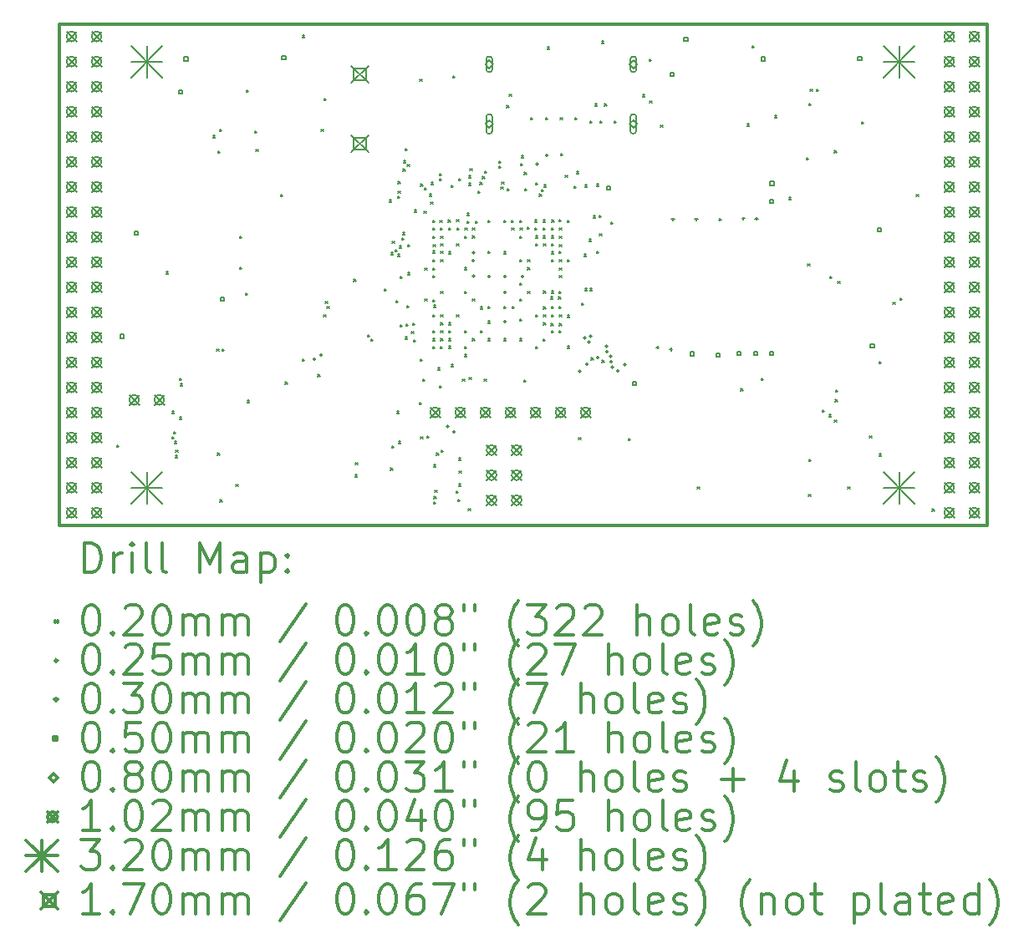
<source format=gbr>
%FSLAX45Y45*%
G04 Gerber Fmt 4.5, Leading zero omitted, Abs format (unit mm)*
G04 Created by KiCad (PCBNEW 4.0.7+dfsg1-1) date Wed Oct  4 23:26:44 2017*
%MOMM*%
%LPD*%
G01*
G04 APERTURE LIST*
%ADD10C,0.127000*%
%ADD11C,0.300000*%
%ADD12C,0.200000*%
G04 APERTURE END LIST*
D10*
D11*
X9410000Y-6142000D02*
X9410000Y-11222000D01*
X18808000Y-6142000D02*
X9410000Y-6142000D01*
X18808000Y-11222000D02*
X18808000Y-6142000D01*
X9410000Y-11222000D02*
X18808000Y-11222000D01*
D12*
X9998000Y-10410000D02*
X10018000Y-10430000D01*
X10018000Y-10410000D02*
X9998000Y-10430000D01*
X10493771Y-8653299D02*
X10513771Y-8673299D01*
X10513771Y-8653299D02*
X10493771Y-8673299D01*
X10555187Y-10325526D02*
X10575187Y-10345526D01*
X10575187Y-10325526D02*
X10555187Y-10345526D01*
X10557972Y-10068392D02*
X10577972Y-10088392D01*
X10577972Y-10068392D02*
X10557972Y-10088392D01*
X10570316Y-10275043D02*
X10590316Y-10295043D01*
X10590316Y-10275043D02*
X10570316Y-10295043D01*
X10580671Y-10371655D02*
X10600671Y-10391655D01*
X10600671Y-10371655D02*
X10580671Y-10391655D01*
X10587368Y-10514871D02*
X10607368Y-10534871D01*
X10607368Y-10514871D02*
X10587368Y-10534871D01*
X10592360Y-10459757D02*
X10612360Y-10479757D01*
X10612360Y-10459757D02*
X10592360Y-10479757D01*
X10630117Y-10127790D02*
X10650117Y-10147790D01*
X10650117Y-10127790D02*
X10630117Y-10147790D01*
X10631264Y-9735361D02*
X10651264Y-9755361D01*
X10651264Y-9735361D02*
X10631264Y-9755361D01*
X10638000Y-9787630D02*
X10658000Y-9807630D01*
X10658000Y-9787630D02*
X10638000Y-9807630D01*
X10972800Y-7273000D02*
X10992800Y-7293000D01*
X10992800Y-7273000D02*
X10972800Y-7293000D01*
X11009310Y-9438989D02*
X11029310Y-9458989D01*
X11029310Y-9438989D02*
X11009310Y-9458989D01*
X11018000Y-10490000D02*
X11038000Y-10510000D01*
X11038000Y-10490000D02*
X11018000Y-10510000D01*
X11021352Y-7428070D02*
X11041352Y-7448070D01*
X11041352Y-7428070D02*
X11021352Y-7448070D01*
X11038300Y-7211500D02*
X11058300Y-7231500D01*
X11058300Y-7211500D02*
X11038300Y-7231500D01*
X11042966Y-10966034D02*
X11062966Y-10986034D01*
X11062966Y-10966034D02*
X11042966Y-10986034D01*
X11061873Y-9435178D02*
X11081873Y-9455178D01*
X11081873Y-9435178D02*
X11061873Y-9455178D01*
X11203400Y-10805600D02*
X11223400Y-10825600D01*
X11223400Y-10805600D02*
X11203400Y-10825600D01*
X11241500Y-8291000D02*
X11261500Y-8311000D01*
X11261500Y-8291000D02*
X11241500Y-8311000D01*
X11241500Y-8608500D02*
X11261500Y-8628500D01*
X11261500Y-8608500D02*
X11241500Y-8628500D01*
X11298000Y-8870000D02*
X11318000Y-8890000D01*
X11318000Y-8870000D02*
X11298000Y-8890000D01*
X11311224Y-6814440D02*
X11331224Y-6834440D01*
X11331224Y-6814440D02*
X11311224Y-6834440D01*
X11317321Y-9958139D02*
X11337321Y-9978139D01*
X11337321Y-9958139D02*
X11317321Y-9978139D01*
X11393900Y-7224200D02*
X11413900Y-7244200D01*
X11413900Y-7224200D02*
X11393900Y-7244200D01*
X11406600Y-7414700D02*
X11426600Y-7434700D01*
X11426600Y-7414700D02*
X11406600Y-7434700D01*
X11655434Y-7867799D02*
X11675434Y-7887799D01*
X11675434Y-7867799D02*
X11655434Y-7887799D01*
X11702166Y-9771727D02*
X11722166Y-9791727D01*
X11722166Y-9771727D02*
X11702166Y-9791727D01*
X11874380Y-9539822D02*
X11894380Y-9559822D01*
X11894380Y-9539822D02*
X11874380Y-9559822D01*
X11875869Y-6255897D02*
X11895869Y-6275897D01*
X11895869Y-6255897D02*
X11875869Y-6275897D01*
X12033000Y-9695000D02*
X12053000Y-9715000D01*
X12053000Y-9695000D02*
X12033000Y-9715000D01*
X12067000Y-7211500D02*
X12087000Y-7231500D01*
X12087000Y-7211500D02*
X12067000Y-7231500D01*
X12093648Y-9090823D02*
X12113648Y-9110823D01*
X12113648Y-9090823D02*
X12093648Y-9110823D01*
X12098665Y-6897853D02*
X12118665Y-6917853D01*
X12118665Y-6897853D02*
X12098665Y-6917853D01*
X12110622Y-8956298D02*
X12130622Y-8976298D01*
X12130622Y-8956298D02*
X12110622Y-8976298D01*
X12126901Y-9006422D02*
X12146901Y-9026422D01*
X12146901Y-9006422D02*
X12126901Y-9026422D01*
X12398000Y-8730000D02*
X12418000Y-8750000D01*
X12418000Y-8730000D02*
X12398000Y-8750000D01*
X12398000Y-8730000D02*
X12418000Y-8750000D01*
X12418000Y-8730000D02*
X12398000Y-8750000D01*
X12410242Y-10710764D02*
X12430242Y-10730764D01*
X12430242Y-10710764D02*
X12410242Y-10730764D01*
X12415398Y-10588254D02*
X12435398Y-10608254D01*
X12435398Y-10588254D02*
X12415398Y-10608254D01*
X12538000Y-9290000D02*
X12558000Y-9310000D01*
X12558000Y-9290000D02*
X12538000Y-9310000D01*
X12572728Y-9335266D02*
X12592728Y-9355266D01*
X12592728Y-9335266D02*
X12572728Y-9355266D01*
X12704513Y-8827908D02*
X12724513Y-8847908D01*
X12724513Y-8827908D02*
X12704513Y-8847908D01*
X12754366Y-7925556D02*
X12774366Y-7945556D01*
X12774366Y-7925556D02*
X12754366Y-7945556D01*
X12770195Y-10643773D02*
X12790195Y-10663773D01*
X12790195Y-10643773D02*
X12770195Y-10663773D01*
X12772416Y-8458897D02*
X12792416Y-8478897D01*
X12792416Y-8458897D02*
X12772416Y-8478897D01*
X12783547Y-10416126D02*
X12803547Y-10436126D01*
X12803547Y-10416126D02*
X12783547Y-10436126D01*
X12786626Y-8342795D02*
X12806626Y-8362795D01*
X12806626Y-8342795D02*
X12786626Y-8362795D01*
X12815628Y-8428729D02*
X12835628Y-8448729D01*
X12835628Y-8428729D02*
X12815628Y-8448729D01*
X12822131Y-8943995D02*
X12842131Y-8963995D01*
X12842131Y-8943995D02*
X12822131Y-8963995D01*
X12834133Y-10065831D02*
X12854133Y-10085831D01*
X12854133Y-10065831D02*
X12834133Y-10085831D01*
X12838971Y-8476738D02*
X12858971Y-8496738D01*
X12858971Y-8476738D02*
X12838971Y-8496738D01*
X12841590Y-7889418D02*
X12861590Y-7909418D01*
X12861590Y-7889418D02*
X12841590Y-7909418D01*
X12844557Y-7737658D02*
X12864557Y-7757658D01*
X12864557Y-7737658D02*
X12844557Y-7757658D01*
X12846973Y-7836992D02*
X12866973Y-7856992D01*
X12866973Y-7836992D02*
X12846973Y-7856992D01*
X12850280Y-10373153D02*
X12870280Y-10393153D01*
X12870280Y-10373153D02*
X12850280Y-10393153D01*
X12856960Y-8392024D02*
X12876960Y-8412024D01*
X12876960Y-8392024D02*
X12856960Y-8412024D01*
X12867063Y-9190984D02*
X12887063Y-9210984D01*
X12887063Y-9190984D02*
X12867063Y-9210984D01*
X12867665Y-8701088D02*
X12887665Y-8721088D01*
X12887665Y-8701088D02*
X12867665Y-8721088D01*
X12884885Y-8308326D02*
X12904885Y-8328326D01*
X12904885Y-8308326D02*
X12884885Y-8328326D01*
X12891675Y-8256064D02*
X12911675Y-8276064D01*
X12911675Y-8256064D02*
X12891675Y-8276064D01*
X12896163Y-7612957D02*
X12916163Y-7632957D01*
X12916163Y-7612957D02*
X12896163Y-7632957D01*
X12902225Y-7526361D02*
X12922225Y-7546361D01*
X12922225Y-7526361D02*
X12902225Y-7546361D01*
X12915222Y-7404246D02*
X12935222Y-7424246D01*
X12935222Y-7404246D02*
X12915222Y-7424246D01*
X12915467Y-9314463D02*
X12935467Y-9334463D01*
X12935467Y-9314463D02*
X12915467Y-9334463D01*
X12923676Y-9183899D02*
X12943676Y-9203899D01*
X12943676Y-9183899D02*
X12923676Y-9203899D01*
X12935918Y-8993919D02*
X12955918Y-9013919D01*
X12955918Y-8993919D02*
X12935918Y-9013919D01*
X12939334Y-7563781D02*
X12959334Y-7583781D01*
X12959334Y-7563781D02*
X12939334Y-7583781D01*
X12941393Y-8376098D02*
X12961393Y-8396098D01*
X12961393Y-8376098D02*
X12941393Y-8396098D01*
X12944260Y-8660352D02*
X12964260Y-8680352D01*
X12964260Y-8660352D02*
X12944260Y-8680352D01*
X12980206Y-9257825D02*
X13000206Y-9277825D01*
X13000206Y-9257825D02*
X12980206Y-9277825D01*
X12992293Y-9173424D02*
X13012293Y-9193424D01*
X13012293Y-9173424D02*
X12992293Y-9193424D01*
X13004130Y-9342914D02*
X13024130Y-9362914D01*
X13024130Y-9342914D02*
X13004130Y-9362914D01*
X13009682Y-8027773D02*
X13029682Y-8047773D01*
X13029682Y-8027773D02*
X13009682Y-8047773D01*
X13061453Y-9980100D02*
X13081453Y-10000100D01*
X13081453Y-9980100D02*
X13061453Y-10000100D01*
X13066199Y-6701962D02*
X13086199Y-6721962D01*
X13086199Y-6701962D02*
X13066199Y-6721962D01*
X13070707Y-9535414D02*
X13090707Y-9555414D01*
X13090707Y-9535414D02*
X13070707Y-9555414D01*
X13073949Y-10325498D02*
X13093949Y-10345498D01*
X13093949Y-10325498D02*
X13073949Y-10345498D01*
X13075683Y-7764262D02*
X13095683Y-7784262D01*
X13095683Y-7764262D02*
X13075683Y-7784262D01*
X13093936Y-9738729D02*
X13113936Y-9758729D01*
X13113936Y-9738729D02*
X13093936Y-9758729D01*
X13108000Y-8040000D02*
X13128000Y-8060000D01*
X13128000Y-8040000D02*
X13108000Y-8060000D01*
X13113091Y-7801384D02*
X13133091Y-7821384D01*
X13133091Y-7801384D02*
X13113091Y-7821384D01*
X13115453Y-8615136D02*
X13135453Y-8635136D01*
X13135453Y-8615136D02*
X13115453Y-8635136D01*
X13118000Y-8930000D02*
X13138000Y-8950000D01*
X13138000Y-8930000D02*
X13118000Y-8950000D01*
X13135385Y-10319621D02*
X13155385Y-10339621D01*
X13155385Y-10319621D02*
X13135385Y-10339621D01*
X13160933Y-7864587D02*
X13180933Y-7884587D01*
X13180933Y-7864587D02*
X13160933Y-7884587D01*
X13174731Y-7948989D02*
X13194731Y-7968989D01*
X13194731Y-7948989D02*
X13174731Y-7968989D01*
X13182329Y-7748485D02*
X13202329Y-7768485D01*
X13202329Y-7748485D02*
X13182329Y-7768485D01*
X13197765Y-9087799D02*
X13217765Y-9107799D01*
X13217765Y-9087799D02*
X13197765Y-9107799D01*
X13197789Y-8617215D02*
X13217789Y-8637215D01*
X13217789Y-8617215D02*
X13197789Y-8637215D01*
X13197962Y-8532814D02*
X13217962Y-8552814D01*
X13217962Y-8532814D02*
X13197962Y-8552814D01*
X13198000Y-8440334D02*
X13218000Y-8460334D01*
X13218000Y-8440334D02*
X13198000Y-8460334D01*
X13198000Y-8130000D02*
X13218000Y-8150000D01*
X13218000Y-8130000D02*
X13198000Y-8150000D01*
X13198000Y-8207799D02*
X13218000Y-8227799D01*
X13218000Y-8207799D02*
X13198000Y-8227799D01*
X13198000Y-8690000D02*
X13218000Y-8710000D01*
X13218000Y-8690000D02*
X13198000Y-8710000D01*
X13198000Y-8934402D02*
X13218000Y-8954402D01*
X13218000Y-8934402D02*
X13198000Y-8954402D01*
X13198000Y-9250000D02*
X13218000Y-9270000D01*
X13218000Y-9250000D02*
X13198000Y-9270000D01*
X13198000Y-9330000D02*
X13218000Y-9350000D01*
X13218000Y-9330000D02*
X13198000Y-9350000D01*
X13198000Y-9410000D02*
X13218000Y-9430000D01*
X13218000Y-9410000D02*
X13198000Y-9430000D01*
X13198482Y-8292201D02*
X13218482Y-8312201D01*
X13218482Y-8292201D02*
X13198482Y-8312201D01*
X13201744Y-8376602D02*
X13221744Y-8396602D01*
X13221744Y-8376602D02*
X13201744Y-8396602D01*
X13204611Y-10984026D02*
X13224611Y-11004026D01*
X13224611Y-10984026D02*
X13204611Y-11004026D01*
X13205608Y-8993095D02*
X13225608Y-9013095D01*
X13225608Y-8993095D02*
X13205608Y-9013095D01*
X13206286Y-10608587D02*
X13226286Y-10628587D01*
X13226286Y-10608587D02*
X13206286Y-10628587D01*
X13208900Y-10931500D02*
X13228900Y-10951500D01*
X13228900Y-10931500D02*
X13208900Y-10951500D01*
X13218000Y-10870000D02*
X13238000Y-10890000D01*
X13238000Y-10870000D02*
X13218000Y-10890000D01*
X13234844Y-10489450D02*
X13254844Y-10509450D01*
X13254844Y-10489450D02*
X13234844Y-10509450D01*
X13247282Y-9628386D02*
X13267282Y-9648386D01*
X13267282Y-9628386D02*
X13247282Y-9648386D01*
X13263724Y-7657621D02*
X13283724Y-7677621D01*
X13283724Y-7657621D02*
X13263724Y-7677621D01*
X13265267Y-9807892D02*
X13285267Y-9827892D01*
X13285267Y-9807892D02*
X13265267Y-9827892D01*
X13266117Y-7710267D02*
X13286117Y-7730267D01*
X13286117Y-7710267D02*
X13266117Y-7730267D01*
X13268333Y-8129999D02*
X13288333Y-8149999D01*
X13288333Y-8129999D02*
X13268333Y-8149999D01*
X13271035Y-8207799D02*
X13291035Y-8227799D01*
X13291035Y-8207799D02*
X13271035Y-8227799D01*
X13274623Y-9409707D02*
X13294623Y-9429707D01*
X13294623Y-9409707D02*
X13274623Y-9429707D01*
X13277580Y-8532814D02*
X13297580Y-8552814D01*
X13297580Y-8532814D02*
X13277580Y-8552814D01*
X13278000Y-8292201D02*
X13298000Y-8312201D01*
X13298000Y-8292201D02*
X13278000Y-8312201D01*
X13278000Y-8850000D02*
X13298000Y-8870000D01*
X13298000Y-8850000D02*
X13278000Y-8870000D01*
X13278000Y-9090000D02*
X13298000Y-9110000D01*
X13298000Y-9090000D02*
X13278000Y-9110000D01*
X13278000Y-9170000D02*
X13298000Y-9190000D01*
X13298000Y-9170000D02*
X13278000Y-9190000D01*
X13278000Y-9250000D02*
X13298000Y-9270000D01*
X13298000Y-9250000D02*
X13278000Y-9270000D01*
X13278000Y-9330000D02*
X13298000Y-9350000D01*
X13298000Y-9330000D02*
X13278000Y-9350000D01*
X13278042Y-8446122D02*
X13298042Y-8466122D01*
X13298042Y-8446122D02*
X13278042Y-8466122D01*
X13278650Y-8367799D02*
X13298650Y-8387799D01*
X13298650Y-8367799D02*
X13278650Y-8387799D01*
X13283696Y-10459892D02*
X13303696Y-10479892D01*
X13303696Y-10459892D02*
X13283696Y-10479892D01*
X13352734Y-8129641D02*
X13372734Y-8149641D01*
X13372734Y-8129641D02*
X13352734Y-8149641D01*
X13355436Y-8207799D02*
X13375436Y-8227799D01*
X13375436Y-8207799D02*
X13355436Y-8227799D01*
X13357194Y-8449520D02*
X13377194Y-8469520D01*
X13377194Y-8449520D02*
X13357194Y-8469520D01*
X13358000Y-9170000D02*
X13378000Y-9190000D01*
X13378000Y-9170000D02*
X13358000Y-9190000D01*
X13358000Y-9250000D02*
X13378000Y-9270000D01*
X13378000Y-9250000D02*
X13358000Y-9270000D01*
X13358567Y-9330248D02*
X13378567Y-9350248D01*
X13378567Y-9330248D02*
X13358567Y-9350248D01*
X13359024Y-9408016D02*
X13379024Y-9428016D01*
X13379024Y-9408016D02*
X13359024Y-9428016D01*
X13381998Y-9593873D02*
X13401998Y-9613873D01*
X13401998Y-9593873D02*
X13381998Y-9613873D01*
X13382219Y-7775484D02*
X13402219Y-7795484D01*
X13402219Y-7775484D02*
X13382219Y-7795484D01*
X13397916Y-6668615D02*
X13417916Y-6688615D01*
X13417916Y-6668615D02*
X13397916Y-6688615D01*
X13436400Y-10874197D02*
X13456400Y-10894197D01*
X13456400Y-10874197D02*
X13436400Y-10894197D01*
X13437135Y-8124791D02*
X13457135Y-8144791D01*
X13457135Y-8124791D02*
X13437135Y-8144791D01*
X13438000Y-8370000D02*
X13458000Y-8390000D01*
X13458000Y-8370000D02*
X13438000Y-8390000D01*
X13438000Y-9090000D02*
X13458000Y-9110000D01*
X13458000Y-9090000D02*
X13438000Y-9110000D01*
X13440141Y-8207758D02*
X13460141Y-8227758D01*
X13460141Y-8207758D02*
X13440141Y-8227758D01*
X13453687Y-10961995D02*
X13473687Y-10981995D01*
X13473687Y-10961995D02*
X13453687Y-10981995D01*
X13457587Y-10803159D02*
X13477587Y-10823159D01*
X13477587Y-10803159D02*
X13457587Y-10823159D01*
X13460201Y-7710000D02*
X13480201Y-7730000D01*
X13480201Y-7710000D02*
X13460201Y-7730000D01*
X13460735Y-10540845D02*
X13480735Y-10560845D01*
X13480735Y-10540845D02*
X13460735Y-10560845D01*
X13465065Y-10671051D02*
X13485065Y-10691051D01*
X13485065Y-10671051D02*
X13465065Y-10691051D01*
X13498546Y-9743179D02*
X13518546Y-9763179D01*
X13518546Y-9743179D02*
X13498546Y-9763179D01*
X13517331Y-8851860D02*
X13537331Y-8871860D01*
X13537331Y-8851860D02*
X13517331Y-8871860D01*
X13518000Y-8292201D02*
X13538000Y-8312201D01*
X13538000Y-8292201D02*
X13518000Y-8312201D01*
X13518000Y-8610000D02*
X13538000Y-8630000D01*
X13538000Y-8610000D02*
X13518000Y-8630000D01*
X13518000Y-9250000D02*
X13538000Y-9270000D01*
X13538000Y-9250000D02*
X13518000Y-9270000D01*
X13518000Y-9410000D02*
X13538000Y-9430000D01*
X13538000Y-9410000D02*
X13518000Y-9430000D01*
X13518000Y-9490000D02*
X13538000Y-9510000D01*
X13538000Y-9490000D02*
X13518000Y-9510000D01*
X13524542Y-8207681D02*
X13544542Y-8227681D01*
X13544542Y-8207681D02*
X13524542Y-8227681D01*
X13546744Y-8060230D02*
X13566744Y-8080230D01*
X13566744Y-8060230D02*
X13546744Y-8080230D01*
X13546744Y-8138922D02*
X13566744Y-8158922D01*
X13566744Y-8138922D02*
X13546744Y-8158922D01*
X13555656Y-11051071D02*
X13575656Y-11071071D01*
X13575656Y-11051071D02*
X13555656Y-11071071D01*
X13559498Y-7754855D02*
X13579498Y-7774855D01*
X13579498Y-7754855D02*
X13559498Y-7774855D01*
X13562542Y-7680938D02*
X13582542Y-7700938D01*
X13582542Y-7680938D02*
X13562542Y-7700938D01*
X13567000Y-9723813D02*
X13587000Y-9743813D01*
X13587000Y-9723813D02*
X13567000Y-9743813D01*
X13573070Y-7610061D02*
X13593070Y-7630061D01*
X13593070Y-7610061D02*
X13573070Y-7630061D01*
X13598000Y-8210000D02*
X13618000Y-8230000D01*
X13618000Y-8210000D02*
X13598000Y-8230000D01*
X13598000Y-8290000D02*
X13618000Y-8310000D01*
X13618000Y-8290000D02*
X13598000Y-8310000D01*
X13598000Y-9330000D02*
X13618000Y-9350000D01*
X13618000Y-9330000D02*
X13598000Y-9350000D01*
X13598517Y-8929483D02*
X13618517Y-8949483D01*
X13618517Y-8929483D02*
X13598517Y-8949483D01*
X13631144Y-8139731D02*
X13651144Y-8159731D01*
X13651144Y-8139731D02*
X13631144Y-8159731D01*
X13653412Y-7835167D02*
X13673412Y-7855167D01*
X13673412Y-7835167D02*
X13653412Y-7855167D01*
X13675600Y-7746298D02*
X13695600Y-7766298D01*
X13695600Y-7746298D02*
X13675600Y-7766298D01*
X13678000Y-9250000D02*
X13698000Y-9270000D01*
X13698000Y-9250000D02*
X13678000Y-9270000D01*
X13678517Y-9009483D02*
X13698517Y-9029483D01*
X13698517Y-9009483D02*
X13678517Y-9029483D01*
X13700695Y-7687992D02*
X13720695Y-7707992D01*
X13720695Y-7687992D02*
X13700695Y-7707992D01*
X13718870Y-9743874D02*
X13738870Y-9763874D01*
X13738870Y-9743874D02*
X13718870Y-9763874D01*
X13720873Y-7631502D02*
X13740873Y-7651502D01*
X13740873Y-7631502D02*
X13720873Y-7651502D01*
X13755905Y-9153803D02*
X13775905Y-9173803D01*
X13775905Y-9153803D02*
X13755905Y-9173803D01*
X13758000Y-8130000D02*
X13778000Y-8150000D01*
X13778000Y-8130000D02*
X13758000Y-8150000D01*
X13758000Y-9007299D02*
X13778000Y-9027299D01*
X13778000Y-9007299D02*
X13758000Y-9027299D01*
X13758000Y-9330000D02*
X13778000Y-9350000D01*
X13778000Y-9330000D02*
X13758000Y-9350000D01*
X13758056Y-8443409D02*
X13778056Y-8463409D01*
X13778056Y-8443409D02*
X13758056Y-8463409D01*
X13867568Y-7584299D02*
X13887568Y-7604299D01*
X13887568Y-7584299D02*
X13867568Y-7604299D01*
X13867920Y-7530076D02*
X13887920Y-7550076D01*
X13887920Y-7530076D02*
X13867920Y-7550076D01*
X13886806Y-7794095D02*
X13906806Y-7814095D01*
X13906806Y-7794095D02*
X13886806Y-7814095D01*
X13894936Y-7742024D02*
X13914936Y-7762024D01*
X13914936Y-7742024D02*
X13894936Y-7762024D01*
X13917252Y-8451135D02*
X13937252Y-8471135D01*
X13937252Y-8451135D02*
X13917252Y-8471135D01*
X13918000Y-8130000D02*
X13938000Y-8150000D01*
X13938000Y-8130000D02*
X13918000Y-8150000D01*
X13918000Y-9002299D02*
X13938000Y-9022299D01*
X13938000Y-9002299D02*
X13918000Y-9022299D01*
X13918000Y-9330000D02*
X13938000Y-9350000D01*
X13938000Y-9330000D02*
X13918000Y-9350000D01*
X13947561Y-6969286D02*
X13967561Y-6989286D01*
X13967561Y-6969286D02*
X13947561Y-6989286D01*
X13948512Y-7810586D02*
X13968512Y-7830586D01*
X13968512Y-7810586D02*
X13948512Y-7830586D01*
X13972000Y-6856567D02*
X13992000Y-6876567D01*
X13992000Y-6856567D02*
X13972000Y-6876567D01*
X13993599Y-8130000D02*
X14013599Y-8150000D01*
X14013599Y-8130000D02*
X13993599Y-8150000D01*
X13998000Y-8210000D02*
X14018000Y-8230000D01*
X14018000Y-8210000D02*
X13998000Y-8230000D01*
X13999489Y-9002299D02*
X14019489Y-9022299D01*
X14019489Y-9002299D02*
X13999489Y-9022299D01*
X14076403Y-8294140D02*
X14096403Y-8314140D01*
X14096403Y-8294140D02*
X14076403Y-8314140D01*
X14077419Y-9133335D02*
X14097419Y-9153335D01*
X14097419Y-9133335D02*
X14077419Y-9153335D01*
X14078000Y-8130000D02*
X14098000Y-8150000D01*
X14098000Y-8130000D02*
X14078000Y-8150000D01*
X14078000Y-8530000D02*
X14098000Y-8550000D01*
X14098000Y-8530000D02*
X14078000Y-8550000D01*
X14078000Y-8770000D02*
X14098000Y-8790000D01*
X14098000Y-8770000D02*
X14078000Y-8790000D01*
X14078000Y-8930000D02*
X14098000Y-8950000D01*
X14098000Y-8930000D02*
X14078000Y-8950000D01*
X14078000Y-9330000D02*
X14098000Y-9350000D01*
X14098000Y-9330000D02*
X14078000Y-9350000D01*
X14082401Y-8207928D02*
X14102401Y-8227928D01*
X14102401Y-8207928D02*
X14082401Y-8227928D01*
X14088006Y-7558194D02*
X14108006Y-7578194D01*
X14108006Y-7558194D02*
X14088006Y-7578194D01*
X14094664Y-7477380D02*
X14114664Y-7497380D01*
X14114664Y-7477380D02*
X14094664Y-7497380D01*
X14118000Y-9750000D02*
X14138000Y-9770000D01*
X14138000Y-9750000D02*
X14118000Y-9770000D01*
X14124297Y-7645500D02*
X14144297Y-7665500D01*
X14144297Y-7645500D02*
X14124297Y-7665500D01*
X14128016Y-7812697D02*
X14148016Y-7832697D01*
X14148016Y-7812697D02*
X14128016Y-7832697D01*
X14155799Y-8203034D02*
X14175799Y-8223034D01*
X14175799Y-8203034D02*
X14155799Y-8223034D01*
X14158000Y-8530000D02*
X14178000Y-8550000D01*
X14178000Y-8530000D02*
X14158000Y-8550000D01*
X14158000Y-8610000D02*
X14178000Y-8630000D01*
X14178000Y-8610000D02*
X14158000Y-8630000D01*
X14158000Y-8850000D02*
X14178000Y-8870000D01*
X14178000Y-8850000D02*
X14158000Y-8870000D01*
X14190056Y-7090851D02*
X14210056Y-7110851D01*
X14210056Y-7090851D02*
X14190056Y-7110851D01*
X14229642Y-8209139D02*
X14249642Y-8229139D01*
X14249642Y-8209139D02*
X14229642Y-8229139D01*
X14231398Y-8128224D02*
X14251398Y-8148224D01*
X14251398Y-8128224D02*
X14231398Y-8148224D01*
X14237355Y-8289891D02*
X14257355Y-8309891D01*
X14257355Y-8289891D02*
X14237355Y-8309891D01*
X14238000Y-7750000D02*
X14258000Y-7770000D01*
X14258000Y-7750000D02*
X14238000Y-7770000D01*
X14238000Y-8370000D02*
X14258000Y-8390000D01*
X14258000Y-8370000D02*
X14238000Y-8390000D01*
X14238000Y-9090000D02*
X14258000Y-9110000D01*
X14258000Y-9090000D02*
X14238000Y-9110000D01*
X14238000Y-9410000D02*
X14258000Y-9430000D01*
X14258000Y-9410000D02*
X14238000Y-9430000D01*
X14275272Y-7865993D02*
X14295272Y-7885993D01*
X14295272Y-7865993D02*
X14275272Y-7885993D01*
X14300511Y-7819522D02*
X14320511Y-7839522D01*
X14320511Y-7819522D02*
X14300511Y-7839522D01*
X14315799Y-8127963D02*
X14335799Y-8147963D01*
X14335799Y-8127963D02*
X14315799Y-8147963D01*
X14315799Y-8210715D02*
X14335799Y-8230715D01*
X14335799Y-8210715D02*
X14315799Y-8230715D01*
X14315799Y-8290000D02*
X14335799Y-8310000D01*
X14335799Y-8290000D02*
X14315799Y-8310000D01*
X14315801Y-9332315D02*
X14335801Y-9352315D01*
X14335801Y-9332315D02*
X14315801Y-9352315D01*
X14317803Y-8849503D02*
X14337803Y-8869503D01*
X14337803Y-8849503D02*
X14317803Y-8869503D01*
X14318000Y-8370000D02*
X14338000Y-8390000D01*
X14338000Y-8370000D02*
X14318000Y-8390000D01*
X14318000Y-9090000D02*
X14338000Y-9110000D01*
X14338000Y-9090000D02*
X14318000Y-9110000D01*
X14318000Y-9170000D02*
X14338000Y-9190000D01*
X14338000Y-9170000D02*
X14318000Y-9190000D01*
X14318182Y-9010195D02*
X14338182Y-9030195D01*
X14338182Y-9010195D02*
X14318182Y-9030195D01*
X14323180Y-7771946D02*
X14343180Y-7791946D01*
X14343180Y-7771946D02*
X14323180Y-7791946D01*
X14338035Y-7091653D02*
X14358035Y-7111653D01*
X14358035Y-7091653D02*
X14338035Y-7111653D01*
X14355067Y-6376252D02*
X14375067Y-6396252D01*
X14375067Y-6376252D02*
X14355067Y-6396252D01*
X14388995Y-8907799D02*
X14408995Y-8927799D01*
X14408995Y-8907799D02*
X14388995Y-8927799D01*
X14396483Y-9177765D02*
X14416483Y-9197765D01*
X14416483Y-9177765D02*
X14396483Y-9197765D01*
X14398000Y-9090000D02*
X14418000Y-9110000D01*
X14418000Y-9090000D02*
X14398000Y-9110000D01*
X14398242Y-9003286D02*
X14418242Y-9023286D01*
X14418242Y-9003286D02*
X14398242Y-9023286D01*
X14398283Y-8848451D02*
X14418283Y-8868451D01*
X14418283Y-8848451D02*
X14398283Y-8868451D01*
X14400201Y-8208560D02*
X14420201Y-8228560D01*
X14420201Y-8208560D02*
X14400201Y-8228560D01*
X14400201Y-8290000D02*
X14420201Y-8310000D01*
X14420201Y-8290000D02*
X14400201Y-8310000D01*
X14400201Y-8370000D02*
X14420201Y-8390000D01*
X14420201Y-8370000D02*
X14400201Y-8390000D01*
X14400201Y-8450000D02*
X14420201Y-8470000D01*
X14420201Y-8450000D02*
X14400201Y-8470000D01*
X14400201Y-8529722D02*
X14420201Y-8549722D01*
X14420201Y-8529722D02*
X14400201Y-8549722D01*
X14400201Y-9250000D02*
X14420201Y-9270000D01*
X14420201Y-9250000D02*
X14400201Y-9270000D01*
X14404602Y-8127478D02*
X14424602Y-8147478D01*
X14424602Y-8127478D02*
X14404602Y-8147478D01*
X14471061Y-8907799D02*
X14491061Y-8927799D01*
X14491061Y-8907799D02*
X14471061Y-8927799D01*
X14476639Y-8123398D02*
X14496639Y-8143398D01*
X14496639Y-8123398D02*
X14476639Y-8143398D01*
X14476724Y-9006446D02*
X14496724Y-9026446D01*
X14496724Y-9006446D02*
X14476724Y-9026446D01*
X14477765Y-8852201D02*
X14497765Y-8872201D01*
X14497765Y-8852201D02*
X14477765Y-8872201D01*
X14477769Y-8443293D02*
X14497769Y-8463293D01*
X14497769Y-8443293D02*
X14477769Y-8463293D01*
X14478235Y-9247799D02*
X14498235Y-9267799D01*
X14498235Y-9247799D02*
X14478235Y-9267799D01*
X14478509Y-8207799D02*
X14498509Y-8227799D01*
X14498509Y-8207799D02*
X14478509Y-8227799D01*
X14478654Y-8528519D02*
X14498654Y-8548519D01*
X14498654Y-8528519D02*
X14478654Y-8548519D01*
X14478856Y-8689382D02*
X14498856Y-8709382D01*
X14498856Y-8689382D02*
X14478856Y-8709382D01*
X14479038Y-8376602D02*
X14499038Y-8396602D01*
X14499038Y-8376602D02*
X14479038Y-8396602D01*
X14479163Y-9090847D02*
X14499163Y-9110847D01*
X14499163Y-9090847D02*
X14479163Y-9110847D01*
X14479410Y-8292201D02*
X14499410Y-8312201D01*
X14499410Y-8292201D02*
X14479410Y-8312201D01*
X14479577Y-9177444D02*
X14499577Y-9197444D01*
X14499577Y-9177444D02*
X14479577Y-9197444D01*
X14480128Y-8616874D02*
X14500128Y-8636874D01*
X14500128Y-8616874D02*
X14480128Y-8636874D01*
X14487842Y-7092405D02*
X14507842Y-7112405D01*
X14507842Y-7092405D02*
X14487842Y-7112405D01*
X14491706Y-7455585D02*
X14511706Y-7475585D01*
X14511706Y-7455585D02*
X14491706Y-7475585D01*
X14539401Y-7673483D02*
X14559401Y-7693483D01*
X14559401Y-7673483D02*
X14539401Y-7693483D01*
X14558000Y-8130000D02*
X14578000Y-8150000D01*
X14578000Y-8130000D02*
X14558000Y-8150000D01*
X14558000Y-8532201D02*
X14578000Y-8552201D01*
X14578000Y-8532201D02*
X14558000Y-8552201D01*
X14558000Y-9407799D02*
X14578000Y-9427799D01*
X14578000Y-9407799D02*
X14558000Y-9427799D01*
X14561303Y-9092201D02*
X14581303Y-9112201D01*
X14581303Y-9092201D02*
X14561303Y-9112201D01*
X14628717Y-7783934D02*
X14648717Y-7803934D01*
X14648717Y-7783934D02*
X14628717Y-7803934D01*
X14636897Y-7089394D02*
X14656897Y-7109394D01*
X14656897Y-7089394D02*
X14636897Y-7109394D01*
X14652765Y-7636130D02*
X14672765Y-7656130D01*
X14672765Y-7636130D02*
X14652765Y-7656130D01*
X14674429Y-10335274D02*
X14694429Y-10355274D01*
X14694429Y-10335274D02*
X14674429Y-10355274D01*
X14702593Y-8970288D02*
X14722593Y-8990288D01*
X14722593Y-8970288D02*
X14702593Y-8990288D01*
X14732247Y-8475859D02*
X14752247Y-8495859D01*
X14752247Y-8475859D02*
X14732247Y-8495859D01*
X14737067Y-8822484D02*
X14757067Y-8842484D01*
X14757067Y-8822484D02*
X14737067Y-8842484D01*
X14738000Y-7772201D02*
X14758000Y-7792201D01*
X14758000Y-7772201D02*
X14738000Y-7792201D01*
X14779417Y-8323581D02*
X14799417Y-8343581D01*
X14799417Y-8323581D02*
X14779417Y-8343581D01*
X14788736Y-7127779D02*
X14808736Y-7147779D01*
X14808736Y-7127779D02*
X14788736Y-7147779D01*
X14789768Y-8822484D02*
X14809768Y-8842484D01*
X14809768Y-8822484D02*
X14789768Y-8842484D01*
X14800281Y-9523902D02*
X14820281Y-9543902D01*
X14820281Y-9523902D02*
X14800281Y-9543902D01*
X14823777Y-8087578D02*
X14843777Y-8107578D01*
X14843777Y-8087578D02*
X14823777Y-8107578D01*
X14837783Y-6951968D02*
X14857783Y-6971968D01*
X14857783Y-6951968D02*
X14837783Y-6971968D01*
X14853988Y-7762935D02*
X14873988Y-7782935D01*
X14873988Y-7762935D02*
X14853988Y-7782935D01*
X14856880Y-8445039D02*
X14876880Y-8465039D01*
X14876880Y-8445039D02*
X14856880Y-8465039D01*
X14883585Y-8079901D02*
X14903585Y-8099901D01*
X14903585Y-8079901D02*
X14883585Y-8099901D01*
X14887565Y-8265534D02*
X14907565Y-8285534D01*
X14907565Y-8265534D02*
X14887565Y-8285534D01*
X14889119Y-7127779D02*
X14909119Y-7147779D01*
X14909119Y-7127779D02*
X14889119Y-7147779D01*
X14908375Y-6315711D02*
X14928375Y-6335711D01*
X14928375Y-6315711D02*
X14908375Y-6335711D01*
X14910771Y-9550529D02*
X14930771Y-9570529D01*
X14930771Y-9550529D02*
X14910771Y-9570529D01*
X14937595Y-6951968D02*
X14957595Y-6971968D01*
X14957595Y-6951968D02*
X14937595Y-6971968D01*
X14998000Y-8150000D02*
X15018000Y-8170000D01*
X15018000Y-8150000D02*
X14998000Y-8170000D01*
X15035722Y-7127779D02*
X15055722Y-7147779D01*
X15055722Y-7127779D02*
X15035722Y-7147779D01*
X15179638Y-10341072D02*
X15199638Y-10361072D01*
X15199638Y-10341072D02*
X15179638Y-10361072D01*
X15322234Y-6857342D02*
X15342234Y-6877342D01*
X15342234Y-6857342D02*
X15322234Y-6877342D01*
X15388420Y-6497712D02*
X15408420Y-6517712D01*
X15408420Y-6497712D02*
X15388420Y-6517712D01*
X15394400Y-6919400D02*
X15414400Y-6939400D01*
X15414400Y-6919400D02*
X15394400Y-6939400D01*
X15504936Y-7166453D02*
X15524936Y-7186453D01*
X15524936Y-7166453D02*
X15504936Y-7186453D01*
X15877000Y-10831000D02*
X15897000Y-10851000D01*
X15897000Y-10831000D02*
X15877000Y-10851000D01*
X16317742Y-9840172D02*
X16337742Y-9860172D01*
X16337742Y-9840172D02*
X16317742Y-9860172D01*
X16380885Y-7155186D02*
X16400885Y-7175186D01*
X16400885Y-7155186D02*
X16380885Y-7175186D01*
X16433388Y-6363745D02*
X16453388Y-6383745D01*
X16453388Y-6363745D02*
X16433388Y-6383745D01*
X16524921Y-9732292D02*
X16544921Y-9752292D01*
X16544921Y-9732292D02*
X16524921Y-9752292D01*
X16657891Y-7070355D02*
X16677891Y-7090355D01*
X16677891Y-7070355D02*
X16657891Y-7090355D01*
X16806644Y-7900804D02*
X16826644Y-7920804D01*
X16826644Y-7900804D02*
X16806644Y-7920804D01*
X16979535Y-7499299D02*
X16999535Y-7519299D01*
X16999535Y-7499299D02*
X16979535Y-7519299D01*
X16994600Y-8570400D02*
X17014600Y-8590400D01*
X17014600Y-8570400D02*
X16994600Y-8590400D01*
X17002604Y-10911247D02*
X17022604Y-10931247D01*
X17022604Y-10911247D02*
X17002604Y-10931247D01*
X17005773Y-10556635D02*
X17025773Y-10576635D01*
X17025773Y-10556635D02*
X17005773Y-10576635D01*
X17008296Y-6947101D02*
X17028296Y-6967101D01*
X17028296Y-6947101D02*
X17008296Y-6967101D01*
X17020000Y-6805100D02*
X17040000Y-6825100D01*
X17040000Y-6805100D02*
X17020000Y-6825100D01*
X17085000Y-6802556D02*
X17105000Y-6822556D01*
X17105000Y-6802556D02*
X17085000Y-6822556D01*
X17144030Y-10054574D02*
X17164030Y-10074574D01*
X17164030Y-10054574D02*
X17144030Y-10074574D01*
X17209336Y-10100566D02*
X17229336Y-10120566D01*
X17229336Y-10100566D02*
X17209336Y-10120566D01*
X17218956Y-8702405D02*
X17238956Y-8722405D01*
X17238956Y-8702405D02*
X17218956Y-8722405D01*
X17264664Y-7424799D02*
X17284664Y-7444799D01*
X17284664Y-7424799D02*
X17264664Y-7444799D01*
X17266127Y-10155168D02*
X17286127Y-10175168D01*
X17286127Y-10155168D02*
X17266127Y-10175168D01*
X17273463Y-9949992D02*
X17293463Y-9969992D01*
X17293463Y-9949992D02*
X17273463Y-9969992D01*
X17277992Y-9851865D02*
X17297992Y-9871865D01*
X17297992Y-9851865D02*
X17277992Y-9871865D01*
X17299400Y-8748200D02*
X17319400Y-8768200D01*
X17319400Y-8748200D02*
X17299400Y-8768200D01*
X17401000Y-10831000D02*
X17421000Y-10851000D01*
X17421000Y-10831000D02*
X17401000Y-10851000D01*
X17539563Y-7135743D02*
X17559563Y-7155743D01*
X17559563Y-7135743D02*
X17539563Y-7155743D01*
X17620559Y-10317981D02*
X17640559Y-10337981D01*
X17640559Y-10317981D02*
X17620559Y-10337981D01*
X17717400Y-10497912D02*
X17737400Y-10517912D01*
X17737400Y-10497912D02*
X17717400Y-10517912D01*
X17718500Y-9561000D02*
X17738500Y-9581000D01*
X17738500Y-9561000D02*
X17718500Y-9581000D01*
X17856591Y-8961390D02*
X17876591Y-8981390D01*
X17876591Y-8961390D02*
X17856591Y-8981390D01*
X17927598Y-8921781D02*
X17947598Y-8941781D01*
X17947598Y-8921781D02*
X17927598Y-8941781D01*
X18096500Y-7868500D02*
X18116500Y-7888500D01*
X18116500Y-7868500D02*
X18096500Y-7888500D01*
X18255436Y-11056584D02*
X18275436Y-11076584D01*
X18275436Y-11056584D02*
X18255436Y-11076584D01*
X12010516Y-9541295D02*
G75*
G03X12010516Y-9541295I-12700J0D01*
G01*
X12076103Y-9497760D02*
G75*
G03X12076103Y-9497760I-12700J0D01*
G01*
X13357629Y-10223262D02*
G75*
G03X13357629Y-10223262I-12700J0D01*
G01*
X13420141Y-10275223D02*
G75*
G03X13420141Y-10275223I-12700J0D01*
G01*
X13620700Y-8460000D02*
G75*
G03X13620700Y-8460000I-12700J0D01*
G01*
X13620700Y-8540000D02*
G75*
G03X13620700Y-8540000I-12700J0D01*
G01*
X13623799Y-8699540D02*
G75*
G03X13623799Y-8699540I-12700J0D01*
G01*
X13780700Y-8700000D02*
G75*
G03X13780700Y-8700000I-12700J0D01*
G01*
X13939164Y-9161521D02*
G75*
G03X13939164Y-9161521I-12700J0D01*
G01*
X13940700Y-8700000D02*
G75*
G03X13940700Y-8700000I-12700J0D01*
G01*
X13940700Y-8860000D02*
G75*
G03X13940700Y-8860000I-12700J0D01*
G01*
X14116986Y-8699500D02*
G75*
G03X14116986Y-8699500I-12700J0D01*
G01*
X14265799Y-7566284D02*
G75*
G03X14265799Y-7566284I-12700J0D01*
G01*
X14365259Y-7474977D02*
G75*
G03X14365259Y-7474977I-12700J0D01*
G01*
X14698950Y-9661750D02*
G75*
G03X14698950Y-9661750I-12700J0D01*
G01*
X14748323Y-9321914D02*
G75*
G03X14748323Y-9321914I-12700J0D01*
G01*
X14766147Y-9591326D02*
G75*
G03X14766147Y-9591326I-12700J0D01*
G01*
X14790471Y-9369101D02*
G75*
G03X14790471Y-9369101I-12700J0D01*
G01*
X14804230Y-9306098D02*
G75*
G03X14804230Y-9306098I-12700J0D01*
G01*
X14878093Y-9524901D02*
G75*
G03X14878093Y-9524901I-12700J0D01*
G01*
X14969298Y-9405479D02*
G75*
G03X14969298Y-9405479I-12700J0D01*
G01*
X14971152Y-9463550D02*
G75*
G03X14971152Y-9463550I-12700J0D01*
G01*
X15007952Y-9508512D02*
G75*
G03X15007952Y-9508512I-12700J0D01*
G01*
X15016044Y-9566047D02*
G75*
G03X15016044Y-9566047I-12700J0D01*
G01*
X15027622Y-9622983D02*
G75*
G03X15027622Y-9622983I-12700J0D01*
G01*
X15084750Y-9657580D02*
G75*
G03X15084750Y-9657580I-12700J0D01*
G01*
X15157504Y-9595169D02*
G75*
G03X15157504Y-9595169I-12700J0D01*
G01*
X15472629Y-9402136D02*
X15472629Y-9432136D01*
X15457629Y-9417136D02*
X15487629Y-9417136D01*
X15607711Y-9423078D02*
X15607711Y-9453078D01*
X15592711Y-9438078D02*
X15622711Y-9438078D01*
X15628000Y-8106084D02*
X15628000Y-8136084D01*
X15613000Y-8121084D02*
X15643000Y-8121084D01*
X15868000Y-8106084D02*
X15868000Y-8136084D01*
X15853000Y-8121084D02*
X15883000Y-8121084D01*
X16106799Y-8106612D02*
X16106799Y-8136612D01*
X16091799Y-8121612D02*
X16121799Y-8121612D01*
X16342203Y-8097066D02*
X16342203Y-8127066D01*
X16327203Y-8112066D02*
X16357203Y-8112066D01*
X16474183Y-8098057D02*
X16474183Y-8128057D01*
X16459183Y-8113057D02*
X16489183Y-8113057D01*
X10065668Y-9324068D02*
X10065668Y-9288713D01*
X10030313Y-9288713D01*
X10030313Y-9324068D01*
X10065668Y-9324068D01*
X10210884Y-8276183D02*
X10210884Y-8240827D01*
X10175529Y-8240827D01*
X10175529Y-8276183D01*
X10210884Y-8276183D01*
X10659458Y-6848926D02*
X10659458Y-6813570D01*
X10624103Y-6813570D01*
X10624103Y-6848926D01*
X10659458Y-6848926D01*
X10715159Y-6513075D02*
X10715159Y-6477720D01*
X10679803Y-6477720D01*
X10679803Y-6513075D01*
X10715159Y-6513075D01*
X11079415Y-8946398D02*
X11079415Y-8911042D01*
X11044059Y-8911042D01*
X11044059Y-8946398D01*
X11079415Y-8946398D01*
X11705728Y-6497972D02*
X11705728Y-6462616D01*
X11670372Y-6462616D01*
X11670372Y-6497972D01*
X11705728Y-6497972D01*
X14992842Y-7820612D02*
X14992842Y-7785257D01*
X14957486Y-7785257D01*
X14957486Y-7820612D01*
X14992842Y-7820612D01*
X15253976Y-9802555D02*
X15253976Y-9767199D01*
X15218621Y-9767199D01*
X15218621Y-9802555D01*
X15253976Y-9802555D01*
X15641236Y-6672514D02*
X15641236Y-6637158D01*
X15605880Y-6637158D01*
X15605880Y-6672514D01*
X15641236Y-6672514D01*
X15777678Y-6312078D02*
X15777678Y-6276722D01*
X15742322Y-6276722D01*
X15742322Y-6312078D01*
X15777678Y-6312078D01*
X15841046Y-9502939D02*
X15841046Y-9467584D01*
X15805691Y-9467584D01*
X15805691Y-9502939D01*
X15841046Y-9502939D01*
X16105267Y-9516553D02*
X16105267Y-9481197D01*
X16069912Y-9481197D01*
X16069912Y-9516553D01*
X16105267Y-9516553D01*
X16316953Y-9499696D02*
X16316953Y-9464341D01*
X16281597Y-9464341D01*
X16281597Y-9499696D01*
X16316953Y-9499696D01*
X16483055Y-9500233D02*
X16483055Y-9464877D01*
X16447699Y-9464877D01*
X16447699Y-9500233D01*
X16483055Y-9500233D01*
X16559402Y-6513144D02*
X16559402Y-6477789D01*
X16524047Y-6477789D01*
X16524047Y-6513144D01*
X16559402Y-6513144D01*
X16642573Y-7958481D02*
X16642573Y-7923125D01*
X16607218Y-7923125D01*
X16607218Y-7958481D01*
X16642573Y-7958481D01*
X16645678Y-9497678D02*
X16645678Y-9462322D01*
X16610322Y-9462322D01*
X16610322Y-9497678D01*
X16645678Y-9497678D01*
X16649839Y-7774906D02*
X16649839Y-7739550D01*
X16614484Y-7739550D01*
X16614484Y-7774906D01*
X16649839Y-7774906D01*
X17538711Y-6512572D02*
X17538711Y-6477216D01*
X17503355Y-6477216D01*
X17503355Y-6512572D01*
X17538711Y-6512572D01*
X17665108Y-9424587D02*
X17665108Y-9389232D01*
X17629753Y-9389232D01*
X17629753Y-9424587D01*
X17665108Y-9424587D01*
X17740669Y-8245813D02*
X17740669Y-8210457D01*
X17705313Y-8210457D01*
X17705313Y-8245813D01*
X17740669Y-8245813D01*
X13768000Y-6590000D02*
X13808000Y-6550000D01*
X13768000Y-6510000D01*
X13728000Y-6550000D01*
X13768000Y-6590000D01*
X13738000Y-6500000D02*
X13738000Y-6600000D01*
X13798000Y-6500000D02*
X13798000Y-6600000D01*
X13738000Y-6600000D02*
G75*
G03X13798000Y-6600000I30000J0D01*
G01*
X13798000Y-6500000D02*
G75*
G03X13738000Y-6500000I-30000J0D01*
G01*
X13768000Y-7195000D02*
X13808000Y-7155000D01*
X13768000Y-7115000D01*
X13728000Y-7155000D01*
X13768000Y-7195000D01*
X13738000Y-7085000D02*
X13738000Y-7225000D01*
X13798000Y-7085000D02*
X13798000Y-7225000D01*
X13738000Y-7225000D02*
G75*
G03X13798000Y-7225000I30000J0D01*
G01*
X13798000Y-7085000D02*
G75*
G03X13738000Y-7085000I-30000J0D01*
G01*
X15228000Y-6590000D02*
X15268000Y-6550000D01*
X15228000Y-6510000D01*
X15188000Y-6550000D01*
X15228000Y-6590000D01*
X15198000Y-6500000D02*
X15198000Y-6600000D01*
X15258000Y-6500000D02*
X15258000Y-6600000D01*
X15198000Y-6600000D02*
G75*
G03X15258000Y-6600000I30000J0D01*
G01*
X15258000Y-6500000D02*
G75*
G03X15198000Y-6500000I-30000J0D01*
G01*
X15228000Y-7195000D02*
X15268000Y-7155000D01*
X15228000Y-7115000D01*
X15188000Y-7155000D01*
X15228000Y-7195000D01*
X15198000Y-7085000D02*
X15198000Y-7225000D01*
X15258000Y-7085000D02*
X15258000Y-7225000D01*
X15198000Y-7225000D02*
G75*
G03X15258000Y-7225000I30000J0D01*
G01*
X15258000Y-7085000D02*
G75*
G03X15198000Y-7085000I-30000J0D01*
G01*
X9486200Y-6218200D02*
X9587800Y-6319800D01*
X9587800Y-6218200D02*
X9486200Y-6319800D01*
X9587800Y-6269000D02*
G75*
G03X9587800Y-6269000I-50800J0D01*
G01*
X9486200Y-6472200D02*
X9587800Y-6573800D01*
X9587800Y-6472200D02*
X9486200Y-6573800D01*
X9587800Y-6523000D02*
G75*
G03X9587800Y-6523000I-50800J0D01*
G01*
X9486200Y-6726200D02*
X9587800Y-6827800D01*
X9587800Y-6726200D02*
X9486200Y-6827800D01*
X9587800Y-6777000D02*
G75*
G03X9587800Y-6777000I-50800J0D01*
G01*
X9486200Y-6980200D02*
X9587800Y-7081800D01*
X9587800Y-6980200D02*
X9486200Y-7081800D01*
X9587800Y-7031000D02*
G75*
G03X9587800Y-7031000I-50800J0D01*
G01*
X9486200Y-7234200D02*
X9587800Y-7335800D01*
X9587800Y-7234200D02*
X9486200Y-7335800D01*
X9587800Y-7285000D02*
G75*
G03X9587800Y-7285000I-50800J0D01*
G01*
X9486200Y-7488200D02*
X9587800Y-7589800D01*
X9587800Y-7488200D02*
X9486200Y-7589800D01*
X9587800Y-7539000D02*
G75*
G03X9587800Y-7539000I-50800J0D01*
G01*
X9486200Y-7742200D02*
X9587800Y-7843800D01*
X9587800Y-7742200D02*
X9486200Y-7843800D01*
X9587800Y-7793000D02*
G75*
G03X9587800Y-7793000I-50800J0D01*
G01*
X9486200Y-7996200D02*
X9587800Y-8097800D01*
X9587800Y-7996200D02*
X9486200Y-8097800D01*
X9587800Y-8047000D02*
G75*
G03X9587800Y-8047000I-50800J0D01*
G01*
X9486200Y-8250200D02*
X9587800Y-8351800D01*
X9587800Y-8250200D02*
X9486200Y-8351800D01*
X9587800Y-8301000D02*
G75*
G03X9587800Y-8301000I-50800J0D01*
G01*
X9486200Y-8504200D02*
X9587800Y-8605800D01*
X9587800Y-8504200D02*
X9486200Y-8605800D01*
X9587800Y-8555000D02*
G75*
G03X9587800Y-8555000I-50800J0D01*
G01*
X9486200Y-8758200D02*
X9587800Y-8859800D01*
X9587800Y-8758200D02*
X9486200Y-8859800D01*
X9587800Y-8809000D02*
G75*
G03X9587800Y-8809000I-50800J0D01*
G01*
X9486200Y-9012200D02*
X9587800Y-9113800D01*
X9587800Y-9012200D02*
X9486200Y-9113800D01*
X9587800Y-9063000D02*
G75*
G03X9587800Y-9063000I-50800J0D01*
G01*
X9486200Y-9266200D02*
X9587800Y-9367800D01*
X9587800Y-9266200D02*
X9486200Y-9367800D01*
X9587800Y-9317000D02*
G75*
G03X9587800Y-9317000I-50800J0D01*
G01*
X9486200Y-9520200D02*
X9587800Y-9621800D01*
X9587800Y-9520200D02*
X9486200Y-9621800D01*
X9587800Y-9571000D02*
G75*
G03X9587800Y-9571000I-50800J0D01*
G01*
X9486200Y-9774200D02*
X9587800Y-9875800D01*
X9587800Y-9774200D02*
X9486200Y-9875800D01*
X9587800Y-9825000D02*
G75*
G03X9587800Y-9825000I-50800J0D01*
G01*
X9486200Y-10028200D02*
X9587800Y-10129800D01*
X9587800Y-10028200D02*
X9486200Y-10129800D01*
X9587800Y-10079000D02*
G75*
G03X9587800Y-10079000I-50800J0D01*
G01*
X9486200Y-10282200D02*
X9587800Y-10383800D01*
X9587800Y-10282200D02*
X9486200Y-10383800D01*
X9587800Y-10333000D02*
G75*
G03X9587800Y-10333000I-50800J0D01*
G01*
X9486200Y-10536200D02*
X9587800Y-10637800D01*
X9587800Y-10536200D02*
X9486200Y-10637800D01*
X9587800Y-10587000D02*
G75*
G03X9587800Y-10587000I-50800J0D01*
G01*
X9486200Y-10790200D02*
X9587800Y-10891800D01*
X9587800Y-10790200D02*
X9486200Y-10891800D01*
X9587800Y-10841000D02*
G75*
G03X9587800Y-10841000I-50800J0D01*
G01*
X9486200Y-11044200D02*
X9587800Y-11145800D01*
X9587800Y-11044200D02*
X9486200Y-11145800D01*
X9587800Y-11095000D02*
G75*
G03X9587800Y-11095000I-50800J0D01*
G01*
X9740200Y-6218200D02*
X9841800Y-6319800D01*
X9841800Y-6218200D02*
X9740200Y-6319800D01*
X9841800Y-6269000D02*
G75*
G03X9841800Y-6269000I-50800J0D01*
G01*
X9740200Y-6472200D02*
X9841800Y-6573800D01*
X9841800Y-6472200D02*
X9740200Y-6573800D01*
X9841800Y-6523000D02*
G75*
G03X9841800Y-6523000I-50800J0D01*
G01*
X9740200Y-6726200D02*
X9841800Y-6827800D01*
X9841800Y-6726200D02*
X9740200Y-6827800D01*
X9841800Y-6777000D02*
G75*
G03X9841800Y-6777000I-50800J0D01*
G01*
X9740200Y-6980200D02*
X9841800Y-7081800D01*
X9841800Y-6980200D02*
X9740200Y-7081800D01*
X9841800Y-7031000D02*
G75*
G03X9841800Y-7031000I-50800J0D01*
G01*
X9740200Y-7234200D02*
X9841800Y-7335800D01*
X9841800Y-7234200D02*
X9740200Y-7335800D01*
X9841800Y-7285000D02*
G75*
G03X9841800Y-7285000I-50800J0D01*
G01*
X9740200Y-7488200D02*
X9841800Y-7589800D01*
X9841800Y-7488200D02*
X9740200Y-7589800D01*
X9841800Y-7539000D02*
G75*
G03X9841800Y-7539000I-50800J0D01*
G01*
X9740200Y-7742200D02*
X9841800Y-7843800D01*
X9841800Y-7742200D02*
X9740200Y-7843800D01*
X9841800Y-7793000D02*
G75*
G03X9841800Y-7793000I-50800J0D01*
G01*
X9740200Y-7996200D02*
X9841800Y-8097800D01*
X9841800Y-7996200D02*
X9740200Y-8097800D01*
X9841800Y-8047000D02*
G75*
G03X9841800Y-8047000I-50800J0D01*
G01*
X9740200Y-8250200D02*
X9841800Y-8351800D01*
X9841800Y-8250200D02*
X9740200Y-8351800D01*
X9841800Y-8301000D02*
G75*
G03X9841800Y-8301000I-50800J0D01*
G01*
X9740200Y-8504200D02*
X9841800Y-8605800D01*
X9841800Y-8504200D02*
X9740200Y-8605800D01*
X9841800Y-8555000D02*
G75*
G03X9841800Y-8555000I-50800J0D01*
G01*
X9740200Y-8758200D02*
X9841800Y-8859800D01*
X9841800Y-8758200D02*
X9740200Y-8859800D01*
X9841800Y-8809000D02*
G75*
G03X9841800Y-8809000I-50800J0D01*
G01*
X9740200Y-9012200D02*
X9841800Y-9113800D01*
X9841800Y-9012200D02*
X9740200Y-9113800D01*
X9841800Y-9063000D02*
G75*
G03X9841800Y-9063000I-50800J0D01*
G01*
X9740200Y-9266200D02*
X9841800Y-9367800D01*
X9841800Y-9266200D02*
X9740200Y-9367800D01*
X9841800Y-9317000D02*
G75*
G03X9841800Y-9317000I-50800J0D01*
G01*
X9740200Y-9520200D02*
X9841800Y-9621800D01*
X9841800Y-9520200D02*
X9740200Y-9621800D01*
X9841800Y-9571000D02*
G75*
G03X9841800Y-9571000I-50800J0D01*
G01*
X9740200Y-9774200D02*
X9841800Y-9875800D01*
X9841800Y-9774200D02*
X9740200Y-9875800D01*
X9841800Y-9825000D02*
G75*
G03X9841800Y-9825000I-50800J0D01*
G01*
X9740200Y-10028200D02*
X9841800Y-10129800D01*
X9841800Y-10028200D02*
X9740200Y-10129800D01*
X9841800Y-10079000D02*
G75*
G03X9841800Y-10079000I-50800J0D01*
G01*
X9740200Y-10282200D02*
X9841800Y-10383800D01*
X9841800Y-10282200D02*
X9740200Y-10383800D01*
X9841800Y-10333000D02*
G75*
G03X9841800Y-10333000I-50800J0D01*
G01*
X9740200Y-10536200D02*
X9841800Y-10637800D01*
X9841800Y-10536200D02*
X9740200Y-10637800D01*
X9841800Y-10587000D02*
G75*
G03X9841800Y-10587000I-50800J0D01*
G01*
X9740200Y-10790200D02*
X9841800Y-10891800D01*
X9841800Y-10790200D02*
X9740200Y-10891800D01*
X9841800Y-10841000D02*
G75*
G03X9841800Y-10841000I-50800J0D01*
G01*
X9740200Y-11044200D02*
X9841800Y-11145800D01*
X9841800Y-11044200D02*
X9740200Y-11145800D01*
X9841800Y-11095000D02*
G75*
G03X9841800Y-11095000I-50800J0D01*
G01*
X10121200Y-9901200D02*
X10222800Y-10002800D01*
X10222800Y-9901200D02*
X10121200Y-10002800D01*
X10222800Y-9952000D02*
G75*
G03X10222800Y-9952000I-50800J0D01*
G01*
X10375200Y-9901200D02*
X10476800Y-10002800D01*
X10476800Y-9901200D02*
X10375200Y-10002800D01*
X10476800Y-9952000D02*
G75*
G03X10476800Y-9952000I-50800J0D01*
G01*
X13169200Y-10028200D02*
X13270800Y-10129800D01*
X13270800Y-10028200D02*
X13169200Y-10129800D01*
X13270800Y-10079000D02*
G75*
G03X13270800Y-10079000I-50800J0D01*
G01*
X13423200Y-10028200D02*
X13524800Y-10129800D01*
X13524800Y-10028200D02*
X13423200Y-10129800D01*
X13524800Y-10079000D02*
G75*
G03X13524800Y-10079000I-50800J0D01*
G01*
X13677200Y-10028200D02*
X13778800Y-10129800D01*
X13778800Y-10028200D02*
X13677200Y-10129800D01*
X13778800Y-10079000D02*
G75*
G03X13778800Y-10079000I-50800J0D01*
G01*
X13740700Y-10409200D02*
X13842300Y-10510800D01*
X13842300Y-10409200D02*
X13740700Y-10510800D01*
X13842300Y-10460000D02*
G75*
G03X13842300Y-10460000I-50800J0D01*
G01*
X13740700Y-10663200D02*
X13842300Y-10764800D01*
X13842300Y-10663200D02*
X13740700Y-10764800D01*
X13842300Y-10714000D02*
G75*
G03X13842300Y-10714000I-50800J0D01*
G01*
X13740700Y-10917200D02*
X13842300Y-11018800D01*
X13842300Y-10917200D02*
X13740700Y-11018800D01*
X13842300Y-10968000D02*
G75*
G03X13842300Y-10968000I-50800J0D01*
G01*
X13931200Y-10028200D02*
X14032800Y-10129800D01*
X14032800Y-10028200D02*
X13931200Y-10129800D01*
X14032800Y-10079000D02*
G75*
G03X14032800Y-10079000I-50800J0D01*
G01*
X13994700Y-10409200D02*
X14096300Y-10510800D01*
X14096300Y-10409200D02*
X13994700Y-10510800D01*
X14096300Y-10460000D02*
G75*
G03X14096300Y-10460000I-50800J0D01*
G01*
X13994700Y-10663200D02*
X14096300Y-10764800D01*
X14096300Y-10663200D02*
X13994700Y-10764800D01*
X14096300Y-10714000D02*
G75*
G03X14096300Y-10714000I-50800J0D01*
G01*
X13994700Y-10917200D02*
X14096300Y-11018800D01*
X14096300Y-10917200D02*
X13994700Y-11018800D01*
X14096300Y-10968000D02*
G75*
G03X14096300Y-10968000I-50800J0D01*
G01*
X14185200Y-10028200D02*
X14286800Y-10129800D01*
X14286800Y-10028200D02*
X14185200Y-10129800D01*
X14286800Y-10079000D02*
G75*
G03X14286800Y-10079000I-50800J0D01*
G01*
X14439200Y-10028200D02*
X14540800Y-10129800D01*
X14540800Y-10028200D02*
X14439200Y-10129800D01*
X14540800Y-10079000D02*
G75*
G03X14540800Y-10079000I-50800J0D01*
G01*
X14693200Y-10028200D02*
X14794800Y-10129800D01*
X14794800Y-10028200D02*
X14693200Y-10129800D01*
X14794800Y-10079000D02*
G75*
G03X14794800Y-10079000I-50800J0D01*
G01*
X18376200Y-6218200D02*
X18477800Y-6319800D01*
X18477800Y-6218200D02*
X18376200Y-6319800D01*
X18477800Y-6269000D02*
G75*
G03X18477800Y-6269000I-50800J0D01*
G01*
X18376200Y-6472200D02*
X18477800Y-6573800D01*
X18477800Y-6472200D02*
X18376200Y-6573800D01*
X18477800Y-6523000D02*
G75*
G03X18477800Y-6523000I-50800J0D01*
G01*
X18376200Y-6726200D02*
X18477800Y-6827800D01*
X18477800Y-6726200D02*
X18376200Y-6827800D01*
X18477800Y-6777000D02*
G75*
G03X18477800Y-6777000I-50800J0D01*
G01*
X18376200Y-6980200D02*
X18477800Y-7081800D01*
X18477800Y-6980200D02*
X18376200Y-7081800D01*
X18477800Y-7031000D02*
G75*
G03X18477800Y-7031000I-50800J0D01*
G01*
X18376200Y-7234200D02*
X18477800Y-7335800D01*
X18477800Y-7234200D02*
X18376200Y-7335800D01*
X18477800Y-7285000D02*
G75*
G03X18477800Y-7285000I-50800J0D01*
G01*
X18376200Y-7488200D02*
X18477800Y-7589800D01*
X18477800Y-7488200D02*
X18376200Y-7589800D01*
X18477800Y-7539000D02*
G75*
G03X18477800Y-7539000I-50800J0D01*
G01*
X18376200Y-7742200D02*
X18477800Y-7843800D01*
X18477800Y-7742200D02*
X18376200Y-7843800D01*
X18477800Y-7793000D02*
G75*
G03X18477800Y-7793000I-50800J0D01*
G01*
X18376200Y-7996200D02*
X18477800Y-8097800D01*
X18477800Y-7996200D02*
X18376200Y-8097800D01*
X18477800Y-8047000D02*
G75*
G03X18477800Y-8047000I-50800J0D01*
G01*
X18376200Y-8250200D02*
X18477800Y-8351800D01*
X18477800Y-8250200D02*
X18376200Y-8351800D01*
X18477800Y-8301000D02*
G75*
G03X18477800Y-8301000I-50800J0D01*
G01*
X18376200Y-8504200D02*
X18477800Y-8605800D01*
X18477800Y-8504200D02*
X18376200Y-8605800D01*
X18477800Y-8555000D02*
G75*
G03X18477800Y-8555000I-50800J0D01*
G01*
X18376200Y-8758200D02*
X18477800Y-8859800D01*
X18477800Y-8758200D02*
X18376200Y-8859800D01*
X18477800Y-8809000D02*
G75*
G03X18477800Y-8809000I-50800J0D01*
G01*
X18376200Y-9012200D02*
X18477800Y-9113800D01*
X18477800Y-9012200D02*
X18376200Y-9113800D01*
X18477800Y-9063000D02*
G75*
G03X18477800Y-9063000I-50800J0D01*
G01*
X18376200Y-9266200D02*
X18477800Y-9367800D01*
X18477800Y-9266200D02*
X18376200Y-9367800D01*
X18477800Y-9317000D02*
G75*
G03X18477800Y-9317000I-50800J0D01*
G01*
X18376200Y-9520200D02*
X18477800Y-9621800D01*
X18477800Y-9520200D02*
X18376200Y-9621800D01*
X18477800Y-9571000D02*
G75*
G03X18477800Y-9571000I-50800J0D01*
G01*
X18376200Y-9774200D02*
X18477800Y-9875800D01*
X18477800Y-9774200D02*
X18376200Y-9875800D01*
X18477800Y-9825000D02*
G75*
G03X18477800Y-9825000I-50800J0D01*
G01*
X18376200Y-10028200D02*
X18477800Y-10129800D01*
X18477800Y-10028200D02*
X18376200Y-10129800D01*
X18477800Y-10079000D02*
G75*
G03X18477800Y-10079000I-50800J0D01*
G01*
X18376200Y-10282200D02*
X18477800Y-10383800D01*
X18477800Y-10282200D02*
X18376200Y-10383800D01*
X18477800Y-10333000D02*
G75*
G03X18477800Y-10333000I-50800J0D01*
G01*
X18376200Y-10536200D02*
X18477800Y-10637800D01*
X18477800Y-10536200D02*
X18376200Y-10637800D01*
X18477800Y-10587000D02*
G75*
G03X18477800Y-10587000I-50800J0D01*
G01*
X18376200Y-10790200D02*
X18477800Y-10891800D01*
X18477800Y-10790200D02*
X18376200Y-10891800D01*
X18477800Y-10841000D02*
G75*
G03X18477800Y-10841000I-50800J0D01*
G01*
X18376200Y-11044200D02*
X18477800Y-11145800D01*
X18477800Y-11044200D02*
X18376200Y-11145800D01*
X18477800Y-11095000D02*
G75*
G03X18477800Y-11095000I-50800J0D01*
G01*
X18630200Y-6218200D02*
X18731800Y-6319800D01*
X18731800Y-6218200D02*
X18630200Y-6319800D01*
X18731800Y-6269000D02*
G75*
G03X18731800Y-6269000I-50800J0D01*
G01*
X18630200Y-6472200D02*
X18731800Y-6573800D01*
X18731800Y-6472200D02*
X18630200Y-6573800D01*
X18731800Y-6523000D02*
G75*
G03X18731800Y-6523000I-50800J0D01*
G01*
X18630200Y-6726200D02*
X18731800Y-6827800D01*
X18731800Y-6726200D02*
X18630200Y-6827800D01*
X18731800Y-6777000D02*
G75*
G03X18731800Y-6777000I-50800J0D01*
G01*
X18630200Y-6980200D02*
X18731800Y-7081800D01*
X18731800Y-6980200D02*
X18630200Y-7081800D01*
X18731800Y-7031000D02*
G75*
G03X18731800Y-7031000I-50800J0D01*
G01*
X18630200Y-7234200D02*
X18731800Y-7335800D01*
X18731800Y-7234200D02*
X18630200Y-7335800D01*
X18731800Y-7285000D02*
G75*
G03X18731800Y-7285000I-50800J0D01*
G01*
X18630200Y-7488200D02*
X18731800Y-7589800D01*
X18731800Y-7488200D02*
X18630200Y-7589800D01*
X18731800Y-7539000D02*
G75*
G03X18731800Y-7539000I-50800J0D01*
G01*
X18630200Y-7742200D02*
X18731800Y-7843800D01*
X18731800Y-7742200D02*
X18630200Y-7843800D01*
X18731800Y-7793000D02*
G75*
G03X18731800Y-7793000I-50800J0D01*
G01*
X18630200Y-7996200D02*
X18731800Y-8097800D01*
X18731800Y-7996200D02*
X18630200Y-8097800D01*
X18731800Y-8047000D02*
G75*
G03X18731800Y-8047000I-50800J0D01*
G01*
X18630200Y-8250200D02*
X18731800Y-8351800D01*
X18731800Y-8250200D02*
X18630200Y-8351800D01*
X18731800Y-8301000D02*
G75*
G03X18731800Y-8301000I-50800J0D01*
G01*
X18630200Y-8504200D02*
X18731800Y-8605800D01*
X18731800Y-8504200D02*
X18630200Y-8605800D01*
X18731800Y-8555000D02*
G75*
G03X18731800Y-8555000I-50800J0D01*
G01*
X18630200Y-8758200D02*
X18731800Y-8859800D01*
X18731800Y-8758200D02*
X18630200Y-8859800D01*
X18731800Y-8809000D02*
G75*
G03X18731800Y-8809000I-50800J0D01*
G01*
X18630200Y-9012200D02*
X18731800Y-9113800D01*
X18731800Y-9012200D02*
X18630200Y-9113800D01*
X18731800Y-9063000D02*
G75*
G03X18731800Y-9063000I-50800J0D01*
G01*
X18630200Y-9266200D02*
X18731800Y-9367800D01*
X18731800Y-9266200D02*
X18630200Y-9367800D01*
X18731800Y-9317000D02*
G75*
G03X18731800Y-9317000I-50800J0D01*
G01*
X18630200Y-9520200D02*
X18731800Y-9621800D01*
X18731800Y-9520200D02*
X18630200Y-9621800D01*
X18731800Y-9571000D02*
G75*
G03X18731800Y-9571000I-50800J0D01*
G01*
X18630200Y-9774200D02*
X18731800Y-9875800D01*
X18731800Y-9774200D02*
X18630200Y-9875800D01*
X18731800Y-9825000D02*
G75*
G03X18731800Y-9825000I-50800J0D01*
G01*
X18630200Y-10028200D02*
X18731800Y-10129800D01*
X18731800Y-10028200D02*
X18630200Y-10129800D01*
X18731800Y-10079000D02*
G75*
G03X18731800Y-10079000I-50800J0D01*
G01*
X18630200Y-10282200D02*
X18731800Y-10383800D01*
X18731800Y-10282200D02*
X18630200Y-10383800D01*
X18731800Y-10333000D02*
G75*
G03X18731800Y-10333000I-50800J0D01*
G01*
X18630200Y-10536200D02*
X18731800Y-10637800D01*
X18731800Y-10536200D02*
X18630200Y-10637800D01*
X18731800Y-10587000D02*
G75*
G03X18731800Y-10587000I-50800J0D01*
G01*
X18630200Y-10790200D02*
X18731800Y-10891800D01*
X18731800Y-10790200D02*
X18630200Y-10891800D01*
X18731800Y-10841000D02*
G75*
G03X18731800Y-10841000I-50800J0D01*
G01*
X18630200Y-11044200D02*
X18731800Y-11145800D01*
X18731800Y-11044200D02*
X18630200Y-11145800D01*
X18731800Y-11095000D02*
G75*
G03X18731800Y-11095000I-50800J0D01*
G01*
X10139000Y-6363000D02*
X10459000Y-6683000D01*
X10459000Y-6363000D02*
X10139000Y-6683000D01*
X10299000Y-6363000D02*
X10299000Y-6683000D01*
X10139000Y-6523000D02*
X10459000Y-6523000D01*
X10139000Y-10681000D02*
X10459000Y-11001000D01*
X10459000Y-10681000D02*
X10139000Y-11001000D01*
X10299000Y-10681000D02*
X10299000Y-11001000D01*
X10139000Y-10841000D02*
X10459000Y-10841000D01*
X17759000Y-6363000D02*
X18079000Y-6683000D01*
X18079000Y-6363000D02*
X17759000Y-6683000D01*
X17919000Y-6363000D02*
X17919000Y-6683000D01*
X17759000Y-6523000D02*
X18079000Y-6523000D01*
X17759000Y-10681000D02*
X18079000Y-11001000D01*
X18079000Y-10681000D02*
X17759000Y-11001000D01*
X17919000Y-10681000D02*
X17919000Y-11001000D01*
X17759000Y-10841000D02*
X18079000Y-10841000D01*
X12373000Y-6569000D02*
X12543000Y-6739000D01*
X12543000Y-6569000D02*
X12373000Y-6739000D01*
X12518105Y-6714105D02*
X12518105Y-6593895D01*
X12397895Y-6593895D01*
X12397895Y-6714105D01*
X12518105Y-6714105D01*
X12373000Y-7269000D02*
X12543000Y-7439000D01*
X12543000Y-7269000D02*
X12373000Y-7439000D01*
X12518105Y-7414105D02*
X12518105Y-7293895D01*
X12397895Y-7293895D01*
X12397895Y-7414105D01*
X12518105Y-7414105D01*
D11*
X9666429Y-11702714D02*
X9666429Y-11402714D01*
X9737857Y-11402714D01*
X9780714Y-11417000D01*
X9809286Y-11445571D01*
X9823571Y-11474143D01*
X9837857Y-11531286D01*
X9837857Y-11574143D01*
X9823571Y-11631286D01*
X9809286Y-11659857D01*
X9780714Y-11688429D01*
X9737857Y-11702714D01*
X9666429Y-11702714D01*
X9966429Y-11702714D02*
X9966429Y-11502714D01*
X9966429Y-11559857D02*
X9980714Y-11531286D01*
X9995000Y-11517000D01*
X10023571Y-11502714D01*
X10052143Y-11502714D01*
X10152143Y-11702714D02*
X10152143Y-11502714D01*
X10152143Y-11402714D02*
X10137857Y-11417000D01*
X10152143Y-11431286D01*
X10166429Y-11417000D01*
X10152143Y-11402714D01*
X10152143Y-11431286D01*
X10337857Y-11702714D02*
X10309286Y-11688429D01*
X10295000Y-11659857D01*
X10295000Y-11402714D01*
X10495000Y-11702714D02*
X10466429Y-11688429D01*
X10452143Y-11659857D01*
X10452143Y-11402714D01*
X10837857Y-11702714D02*
X10837857Y-11402714D01*
X10937857Y-11617000D01*
X11037857Y-11402714D01*
X11037857Y-11702714D01*
X11309286Y-11702714D02*
X11309286Y-11545571D01*
X11295000Y-11517000D01*
X11266428Y-11502714D01*
X11209286Y-11502714D01*
X11180714Y-11517000D01*
X11309286Y-11688429D02*
X11280714Y-11702714D01*
X11209286Y-11702714D01*
X11180714Y-11688429D01*
X11166429Y-11659857D01*
X11166429Y-11631286D01*
X11180714Y-11602714D01*
X11209286Y-11588429D01*
X11280714Y-11588429D01*
X11309286Y-11574143D01*
X11452143Y-11502714D02*
X11452143Y-11802714D01*
X11452143Y-11517000D02*
X11480714Y-11502714D01*
X11537857Y-11502714D01*
X11566428Y-11517000D01*
X11580714Y-11531286D01*
X11595000Y-11559857D01*
X11595000Y-11645571D01*
X11580714Y-11674143D01*
X11566428Y-11688429D01*
X11537857Y-11702714D01*
X11480714Y-11702714D01*
X11452143Y-11688429D01*
X11723571Y-11674143D02*
X11737857Y-11688429D01*
X11723571Y-11702714D01*
X11709286Y-11688429D01*
X11723571Y-11674143D01*
X11723571Y-11702714D01*
X11723571Y-11517000D02*
X11737857Y-11531286D01*
X11723571Y-11545571D01*
X11709286Y-11531286D01*
X11723571Y-11517000D01*
X11723571Y-11545571D01*
X9375000Y-12187000D02*
X9395000Y-12207000D01*
X9395000Y-12187000D02*
X9375000Y-12207000D01*
X9723571Y-12032714D02*
X9752143Y-12032714D01*
X9780714Y-12047000D01*
X9795000Y-12061286D01*
X9809286Y-12089857D01*
X9823571Y-12147000D01*
X9823571Y-12218429D01*
X9809286Y-12275571D01*
X9795000Y-12304143D01*
X9780714Y-12318429D01*
X9752143Y-12332714D01*
X9723571Y-12332714D01*
X9695000Y-12318429D01*
X9680714Y-12304143D01*
X9666429Y-12275571D01*
X9652143Y-12218429D01*
X9652143Y-12147000D01*
X9666429Y-12089857D01*
X9680714Y-12061286D01*
X9695000Y-12047000D01*
X9723571Y-12032714D01*
X9952143Y-12304143D02*
X9966429Y-12318429D01*
X9952143Y-12332714D01*
X9937857Y-12318429D01*
X9952143Y-12304143D01*
X9952143Y-12332714D01*
X10080714Y-12061286D02*
X10095000Y-12047000D01*
X10123571Y-12032714D01*
X10195000Y-12032714D01*
X10223571Y-12047000D01*
X10237857Y-12061286D01*
X10252143Y-12089857D01*
X10252143Y-12118429D01*
X10237857Y-12161286D01*
X10066428Y-12332714D01*
X10252143Y-12332714D01*
X10437857Y-12032714D02*
X10466429Y-12032714D01*
X10495000Y-12047000D01*
X10509286Y-12061286D01*
X10523571Y-12089857D01*
X10537857Y-12147000D01*
X10537857Y-12218429D01*
X10523571Y-12275571D01*
X10509286Y-12304143D01*
X10495000Y-12318429D01*
X10466429Y-12332714D01*
X10437857Y-12332714D01*
X10409286Y-12318429D01*
X10395000Y-12304143D01*
X10380714Y-12275571D01*
X10366429Y-12218429D01*
X10366429Y-12147000D01*
X10380714Y-12089857D01*
X10395000Y-12061286D01*
X10409286Y-12047000D01*
X10437857Y-12032714D01*
X10666429Y-12332714D02*
X10666429Y-12132714D01*
X10666429Y-12161286D02*
X10680714Y-12147000D01*
X10709286Y-12132714D01*
X10752143Y-12132714D01*
X10780714Y-12147000D01*
X10795000Y-12175571D01*
X10795000Y-12332714D01*
X10795000Y-12175571D02*
X10809286Y-12147000D01*
X10837857Y-12132714D01*
X10880714Y-12132714D01*
X10909286Y-12147000D01*
X10923571Y-12175571D01*
X10923571Y-12332714D01*
X11066429Y-12332714D02*
X11066429Y-12132714D01*
X11066429Y-12161286D02*
X11080714Y-12147000D01*
X11109286Y-12132714D01*
X11152143Y-12132714D01*
X11180714Y-12147000D01*
X11195000Y-12175571D01*
X11195000Y-12332714D01*
X11195000Y-12175571D02*
X11209286Y-12147000D01*
X11237857Y-12132714D01*
X11280714Y-12132714D01*
X11309286Y-12147000D01*
X11323571Y-12175571D01*
X11323571Y-12332714D01*
X11909286Y-12018429D02*
X11652143Y-12404143D01*
X12295000Y-12032714D02*
X12323571Y-12032714D01*
X12352143Y-12047000D01*
X12366428Y-12061286D01*
X12380714Y-12089857D01*
X12395000Y-12147000D01*
X12395000Y-12218429D01*
X12380714Y-12275571D01*
X12366428Y-12304143D01*
X12352143Y-12318429D01*
X12323571Y-12332714D01*
X12295000Y-12332714D01*
X12266428Y-12318429D01*
X12252143Y-12304143D01*
X12237857Y-12275571D01*
X12223571Y-12218429D01*
X12223571Y-12147000D01*
X12237857Y-12089857D01*
X12252143Y-12061286D01*
X12266428Y-12047000D01*
X12295000Y-12032714D01*
X12523571Y-12304143D02*
X12537857Y-12318429D01*
X12523571Y-12332714D01*
X12509286Y-12318429D01*
X12523571Y-12304143D01*
X12523571Y-12332714D01*
X12723571Y-12032714D02*
X12752143Y-12032714D01*
X12780714Y-12047000D01*
X12795000Y-12061286D01*
X12809285Y-12089857D01*
X12823571Y-12147000D01*
X12823571Y-12218429D01*
X12809285Y-12275571D01*
X12795000Y-12304143D01*
X12780714Y-12318429D01*
X12752143Y-12332714D01*
X12723571Y-12332714D01*
X12695000Y-12318429D01*
X12680714Y-12304143D01*
X12666428Y-12275571D01*
X12652143Y-12218429D01*
X12652143Y-12147000D01*
X12666428Y-12089857D01*
X12680714Y-12061286D01*
X12695000Y-12047000D01*
X12723571Y-12032714D01*
X13009285Y-12032714D02*
X13037857Y-12032714D01*
X13066428Y-12047000D01*
X13080714Y-12061286D01*
X13095000Y-12089857D01*
X13109285Y-12147000D01*
X13109285Y-12218429D01*
X13095000Y-12275571D01*
X13080714Y-12304143D01*
X13066428Y-12318429D01*
X13037857Y-12332714D01*
X13009285Y-12332714D01*
X12980714Y-12318429D01*
X12966428Y-12304143D01*
X12952143Y-12275571D01*
X12937857Y-12218429D01*
X12937857Y-12147000D01*
X12952143Y-12089857D01*
X12966428Y-12061286D01*
X12980714Y-12047000D01*
X13009285Y-12032714D01*
X13280714Y-12161286D02*
X13252143Y-12147000D01*
X13237857Y-12132714D01*
X13223571Y-12104143D01*
X13223571Y-12089857D01*
X13237857Y-12061286D01*
X13252143Y-12047000D01*
X13280714Y-12032714D01*
X13337857Y-12032714D01*
X13366428Y-12047000D01*
X13380714Y-12061286D01*
X13395000Y-12089857D01*
X13395000Y-12104143D01*
X13380714Y-12132714D01*
X13366428Y-12147000D01*
X13337857Y-12161286D01*
X13280714Y-12161286D01*
X13252143Y-12175571D01*
X13237857Y-12189857D01*
X13223571Y-12218429D01*
X13223571Y-12275571D01*
X13237857Y-12304143D01*
X13252143Y-12318429D01*
X13280714Y-12332714D01*
X13337857Y-12332714D01*
X13366428Y-12318429D01*
X13380714Y-12304143D01*
X13395000Y-12275571D01*
X13395000Y-12218429D01*
X13380714Y-12189857D01*
X13366428Y-12175571D01*
X13337857Y-12161286D01*
X13509286Y-12032714D02*
X13509286Y-12089857D01*
X13623571Y-12032714D02*
X13623571Y-12089857D01*
X14066428Y-12447000D02*
X14052143Y-12432714D01*
X14023571Y-12389857D01*
X14009285Y-12361286D01*
X13995000Y-12318429D01*
X13980714Y-12247000D01*
X13980714Y-12189857D01*
X13995000Y-12118429D01*
X14009285Y-12075571D01*
X14023571Y-12047000D01*
X14052143Y-12004143D01*
X14066428Y-11989857D01*
X14152143Y-12032714D02*
X14337857Y-12032714D01*
X14237857Y-12147000D01*
X14280714Y-12147000D01*
X14309285Y-12161286D01*
X14323571Y-12175571D01*
X14337857Y-12204143D01*
X14337857Y-12275571D01*
X14323571Y-12304143D01*
X14309285Y-12318429D01*
X14280714Y-12332714D01*
X14195000Y-12332714D01*
X14166428Y-12318429D01*
X14152143Y-12304143D01*
X14452143Y-12061286D02*
X14466428Y-12047000D01*
X14495000Y-12032714D01*
X14566428Y-12032714D01*
X14595000Y-12047000D01*
X14609285Y-12061286D01*
X14623571Y-12089857D01*
X14623571Y-12118429D01*
X14609285Y-12161286D01*
X14437857Y-12332714D01*
X14623571Y-12332714D01*
X14737857Y-12061286D02*
X14752143Y-12047000D01*
X14780714Y-12032714D01*
X14852143Y-12032714D01*
X14880714Y-12047000D01*
X14895000Y-12061286D01*
X14909285Y-12089857D01*
X14909285Y-12118429D01*
X14895000Y-12161286D01*
X14723571Y-12332714D01*
X14909285Y-12332714D01*
X15266428Y-12332714D02*
X15266428Y-12032714D01*
X15395000Y-12332714D02*
X15395000Y-12175571D01*
X15380714Y-12147000D01*
X15352143Y-12132714D01*
X15309285Y-12132714D01*
X15280714Y-12147000D01*
X15266428Y-12161286D01*
X15580714Y-12332714D02*
X15552143Y-12318429D01*
X15537857Y-12304143D01*
X15523571Y-12275571D01*
X15523571Y-12189857D01*
X15537857Y-12161286D01*
X15552143Y-12147000D01*
X15580714Y-12132714D01*
X15623571Y-12132714D01*
X15652143Y-12147000D01*
X15666428Y-12161286D01*
X15680714Y-12189857D01*
X15680714Y-12275571D01*
X15666428Y-12304143D01*
X15652143Y-12318429D01*
X15623571Y-12332714D01*
X15580714Y-12332714D01*
X15852143Y-12332714D02*
X15823571Y-12318429D01*
X15809286Y-12289857D01*
X15809286Y-12032714D01*
X16080714Y-12318429D02*
X16052143Y-12332714D01*
X15995000Y-12332714D01*
X15966428Y-12318429D01*
X15952143Y-12289857D01*
X15952143Y-12175571D01*
X15966428Y-12147000D01*
X15995000Y-12132714D01*
X16052143Y-12132714D01*
X16080714Y-12147000D01*
X16095000Y-12175571D01*
X16095000Y-12204143D01*
X15952143Y-12232714D01*
X16209286Y-12318429D02*
X16237857Y-12332714D01*
X16295000Y-12332714D01*
X16323571Y-12318429D01*
X16337857Y-12289857D01*
X16337857Y-12275571D01*
X16323571Y-12247000D01*
X16295000Y-12232714D01*
X16252143Y-12232714D01*
X16223571Y-12218429D01*
X16209286Y-12189857D01*
X16209286Y-12175571D01*
X16223571Y-12147000D01*
X16252143Y-12132714D01*
X16295000Y-12132714D01*
X16323571Y-12147000D01*
X16437857Y-12447000D02*
X16452143Y-12432714D01*
X16480714Y-12389857D01*
X16495000Y-12361286D01*
X16509286Y-12318429D01*
X16523571Y-12247000D01*
X16523571Y-12189857D01*
X16509286Y-12118429D01*
X16495000Y-12075571D01*
X16480714Y-12047000D01*
X16452143Y-12004143D01*
X16437857Y-11989857D01*
X9395000Y-12593000D02*
G75*
G03X9395000Y-12593000I-12700J0D01*
G01*
X9723571Y-12428714D02*
X9752143Y-12428714D01*
X9780714Y-12443000D01*
X9795000Y-12457286D01*
X9809286Y-12485857D01*
X9823571Y-12543000D01*
X9823571Y-12614429D01*
X9809286Y-12671571D01*
X9795000Y-12700143D01*
X9780714Y-12714429D01*
X9752143Y-12728714D01*
X9723571Y-12728714D01*
X9695000Y-12714429D01*
X9680714Y-12700143D01*
X9666429Y-12671571D01*
X9652143Y-12614429D01*
X9652143Y-12543000D01*
X9666429Y-12485857D01*
X9680714Y-12457286D01*
X9695000Y-12443000D01*
X9723571Y-12428714D01*
X9952143Y-12700143D02*
X9966429Y-12714429D01*
X9952143Y-12728714D01*
X9937857Y-12714429D01*
X9952143Y-12700143D01*
X9952143Y-12728714D01*
X10080714Y-12457286D02*
X10095000Y-12443000D01*
X10123571Y-12428714D01*
X10195000Y-12428714D01*
X10223571Y-12443000D01*
X10237857Y-12457286D01*
X10252143Y-12485857D01*
X10252143Y-12514429D01*
X10237857Y-12557286D01*
X10066428Y-12728714D01*
X10252143Y-12728714D01*
X10523571Y-12428714D02*
X10380714Y-12428714D01*
X10366429Y-12571571D01*
X10380714Y-12557286D01*
X10409286Y-12543000D01*
X10480714Y-12543000D01*
X10509286Y-12557286D01*
X10523571Y-12571571D01*
X10537857Y-12600143D01*
X10537857Y-12671571D01*
X10523571Y-12700143D01*
X10509286Y-12714429D01*
X10480714Y-12728714D01*
X10409286Y-12728714D01*
X10380714Y-12714429D01*
X10366429Y-12700143D01*
X10666429Y-12728714D02*
X10666429Y-12528714D01*
X10666429Y-12557286D02*
X10680714Y-12543000D01*
X10709286Y-12528714D01*
X10752143Y-12528714D01*
X10780714Y-12543000D01*
X10795000Y-12571571D01*
X10795000Y-12728714D01*
X10795000Y-12571571D02*
X10809286Y-12543000D01*
X10837857Y-12528714D01*
X10880714Y-12528714D01*
X10909286Y-12543000D01*
X10923571Y-12571571D01*
X10923571Y-12728714D01*
X11066429Y-12728714D02*
X11066429Y-12528714D01*
X11066429Y-12557286D02*
X11080714Y-12543000D01*
X11109286Y-12528714D01*
X11152143Y-12528714D01*
X11180714Y-12543000D01*
X11195000Y-12571571D01*
X11195000Y-12728714D01*
X11195000Y-12571571D02*
X11209286Y-12543000D01*
X11237857Y-12528714D01*
X11280714Y-12528714D01*
X11309286Y-12543000D01*
X11323571Y-12571571D01*
X11323571Y-12728714D01*
X11909286Y-12414429D02*
X11652143Y-12800143D01*
X12295000Y-12428714D02*
X12323571Y-12428714D01*
X12352143Y-12443000D01*
X12366428Y-12457286D01*
X12380714Y-12485857D01*
X12395000Y-12543000D01*
X12395000Y-12614429D01*
X12380714Y-12671571D01*
X12366428Y-12700143D01*
X12352143Y-12714429D01*
X12323571Y-12728714D01*
X12295000Y-12728714D01*
X12266428Y-12714429D01*
X12252143Y-12700143D01*
X12237857Y-12671571D01*
X12223571Y-12614429D01*
X12223571Y-12543000D01*
X12237857Y-12485857D01*
X12252143Y-12457286D01*
X12266428Y-12443000D01*
X12295000Y-12428714D01*
X12523571Y-12700143D02*
X12537857Y-12714429D01*
X12523571Y-12728714D01*
X12509286Y-12714429D01*
X12523571Y-12700143D01*
X12523571Y-12728714D01*
X12723571Y-12428714D02*
X12752143Y-12428714D01*
X12780714Y-12443000D01*
X12795000Y-12457286D01*
X12809285Y-12485857D01*
X12823571Y-12543000D01*
X12823571Y-12614429D01*
X12809285Y-12671571D01*
X12795000Y-12700143D01*
X12780714Y-12714429D01*
X12752143Y-12728714D01*
X12723571Y-12728714D01*
X12695000Y-12714429D01*
X12680714Y-12700143D01*
X12666428Y-12671571D01*
X12652143Y-12614429D01*
X12652143Y-12543000D01*
X12666428Y-12485857D01*
X12680714Y-12457286D01*
X12695000Y-12443000D01*
X12723571Y-12428714D01*
X13109285Y-12728714D02*
X12937857Y-12728714D01*
X13023571Y-12728714D02*
X13023571Y-12428714D01*
X12995000Y-12471571D01*
X12966428Y-12500143D01*
X12937857Y-12514429D01*
X13295000Y-12428714D02*
X13323571Y-12428714D01*
X13352143Y-12443000D01*
X13366428Y-12457286D01*
X13380714Y-12485857D01*
X13395000Y-12543000D01*
X13395000Y-12614429D01*
X13380714Y-12671571D01*
X13366428Y-12700143D01*
X13352143Y-12714429D01*
X13323571Y-12728714D01*
X13295000Y-12728714D01*
X13266428Y-12714429D01*
X13252143Y-12700143D01*
X13237857Y-12671571D01*
X13223571Y-12614429D01*
X13223571Y-12543000D01*
X13237857Y-12485857D01*
X13252143Y-12457286D01*
X13266428Y-12443000D01*
X13295000Y-12428714D01*
X13509286Y-12428714D02*
X13509286Y-12485857D01*
X13623571Y-12428714D02*
X13623571Y-12485857D01*
X14066428Y-12843000D02*
X14052143Y-12828714D01*
X14023571Y-12785857D01*
X14009285Y-12757286D01*
X13995000Y-12714429D01*
X13980714Y-12643000D01*
X13980714Y-12585857D01*
X13995000Y-12514429D01*
X14009285Y-12471571D01*
X14023571Y-12443000D01*
X14052143Y-12400143D01*
X14066428Y-12385857D01*
X14166428Y-12457286D02*
X14180714Y-12443000D01*
X14209285Y-12428714D01*
X14280714Y-12428714D01*
X14309285Y-12443000D01*
X14323571Y-12457286D01*
X14337857Y-12485857D01*
X14337857Y-12514429D01*
X14323571Y-12557286D01*
X14152143Y-12728714D01*
X14337857Y-12728714D01*
X14437857Y-12428714D02*
X14637857Y-12428714D01*
X14509285Y-12728714D01*
X14980714Y-12728714D02*
X14980714Y-12428714D01*
X15109285Y-12728714D02*
X15109285Y-12571571D01*
X15095000Y-12543000D01*
X15066428Y-12528714D01*
X15023571Y-12528714D01*
X14995000Y-12543000D01*
X14980714Y-12557286D01*
X15295000Y-12728714D02*
X15266428Y-12714429D01*
X15252143Y-12700143D01*
X15237857Y-12671571D01*
X15237857Y-12585857D01*
X15252143Y-12557286D01*
X15266428Y-12543000D01*
X15295000Y-12528714D01*
X15337857Y-12528714D01*
X15366428Y-12543000D01*
X15380714Y-12557286D01*
X15395000Y-12585857D01*
X15395000Y-12671571D01*
X15380714Y-12700143D01*
X15366428Y-12714429D01*
X15337857Y-12728714D01*
X15295000Y-12728714D01*
X15566428Y-12728714D02*
X15537857Y-12714429D01*
X15523571Y-12685857D01*
X15523571Y-12428714D01*
X15795000Y-12714429D02*
X15766428Y-12728714D01*
X15709286Y-12728714D01*
X15680714Y-12714429D01*
X15666428Y-12685857D01*
X15666428Y-12571571D01*
X15680714Y-12543000D01*
X15709286Y-12528714D01*
X15766428Y-12528714D01*
X15795000Y-12543000D01*
X15809286Y-12571571D01*
X15809286Y-12600143D01*
X15666428Y-12628714D01*
X15923571Y-12714429D02*
X15952143Y-12728714D01*
X16009286Y-12728714D01*
X16037857Y-12714429D01*
X16052143Y-12685857D01*
X16052143Y-12671571D01*
X16037857Y-12643000D01*
X16009286Y-12628714D01*
X15966428Y-12628714D01*
X15937857Y-12614429D01*
X15923571Y-12585857D01*
X15923571Y-12571571D01*
X15937857Y-12543000D01*
X15966428Y-12528714D01*
X16009286Y-12528714D01*
X16037857Y-12543000D01*
X16152143Y-12843000D02*
X16166428Y-12828714D01*
X16195000Y-12785857D01*
X16209286Y-12757286D01*
X16223571Y-12714429D01*
X16237857Y-12643000D01*
X16237857Y-12585857D01*
X16223571Y-12514429D01*
X16209286Y-12471571D01*
X16195000Y-12443000D01*
X16166428Y-12400143D01*
X16152143Y-12385857D01*
X9380000Y-12974000D02*
X9380000Y-13004000D01*
X9365000Y-12989000D02*
X9395000Y-12989000D01*
X9723571Y-12824714D02*
X9752143Y-12824714D01*
X9780714Y-12839000D01*
X9795000Y-12853286D01*
X9809286Y-12881857D01*
X9823571Y-12939000D01*
X9823571Y-13010429D01*
X9809286Y-13067571D01*
X9795000Y-13096143D01*
X9780714Y-13110429D01*
X9752143Y-13124714D01*
X9723571Y-13124714D01*
X9695000Y-13110429D01*
X9680714Y-13096143D01*
X9666429Y-13067571D01*
X9652143Y-13010429D01*
X9652143Y-12939000D01*
X9666429Y-12881857D01*
X9680714Y-12853286D01*
X9695000Y-12839000D01*
X9723571Y-12824714D01*
X9952143Y-13096143D02*
X9966429Y-13110429D01*
X9952143Y-13124714D01*
X9937857Y-13110429D01*
X9952143Y-13096143D01*
X9952143Y-13124714D01*
X10066428Y-12824714D02*
X10252143Y-12824714D01*
X10152143Y-12939000D01*
X10195000Y-12939000D01*
X10223571Y-12953286D01*
X10237857Y-12967571D01*
X10252143Y-12996143D01*
X10252143Y-13067571D01*
X10237857Y-13096143D01*
X10223571Y-13110429D01*
X10195000Y-13124714D01*
X10109286Y-13124714D01*
X10080714Y-13110429D01*
X10066428Y-13096143D01*
X10437857Y-12824714D02*
X10466429Y-12824714D01*
X10495000Y-12839000D01*
X10509286Y-12853286D01*
X10523571Y-12881857D01*
X10537857Y-12939000D01*
X10537857Y-13010429D01*
X10523571Y-13067571D01*
X10509286Y-13096143D01*
X10495000Y-13110429D01*
X10466429Y-13124714D01*
X10437857Y-13124714D01*
X10409286Y-13110429D01*
X10395000Y-13096143D01*
X10380714Y-13067571D01*
X10366429Y-13010429D01*
X10366429Y-12939000D01*
X10380714Y-12881857D01*
X10395000Y-12853286D01*
X10409286Y-12839000D01*
X10437857Y-12824714D01*
X10666429Y-13124714D02*
X10666429Y-12924714D01*
X10666429Y-12953286D02*
X10680714Y-12939000D01*
X10709286Y-12924714D01*
X10752143Y-12924714D01*
X10780714Y-12939000D01*
X10795000Y-12967571D01*
X10795000Y-13124714D01*
X10795000Y-12967571D02*
X10809286Y-12939000D01*
X10837857Y-12924714D01*
X10880714Y-12924714D01*
X10909286Y-12939000D01*
X10923571Y-12967571D01*
X10923571Y-13124714D01*
X11066429Y-13124714D02*
X11066429Y-12924714D01*
X11066429Y-12953286D02*
X11080714Y-12939000D01*
X11109286Y-12924714D01*
X11152143Y-12924714D01*
X11180714Y-12939000D01*
X11195000Y-12967571D01*
X11195000Y-13124714D01*
X11195000Y-12967571D02*
X11209286Y-12939000D01*
X11237857Y-12924714D01*
X11280714Y-12924714D01*
X11309286Y-12939000D01*
X11323571Y-12967571D01*
X11323571Y-13124714D01*
X11909286Y-12810429D02*
X11652143Y-13196143D01*
X12295000Y-12824714D02*
X12323571Y-12824714D01*
X12352143Y-12839000D01*
X12366428Y-12853286D01*
X12380714Y-12881857D01*
X12395000Y-12939000D01*
X12395000Y-13010429D01*
X12380714Y-13067571D01*
X12366428Y-13096143D01*
X12352143Y-13110429D01*
X12323571Y-13124714D01*
X12295000Y-13124714D01*
X12266428Y-13110429D01*
X12252143Y-13096143D01*
X12237857Y-13067571D01*
X12223571Y-13010429D01*
X12223571Y-12939000D01*
X12237857Y-12881857D01*
X12252143Y-12853286D01*
X12266428Y-12839000D01*
X12295000Y-12824714D01*
X12523571Y-13096143D02*
X12537857Y-13110429D01*
X12523571Y-13124714D01*
X12509286Y-13110429D01*
X12523571Y-13096143D01*
X12523571Y-13124714D01*
X12723571Y-12824714D02*
X12752143Y-12824714D01*
X12780714Y-12839000D01*
X12795000Y-12853286D01*
X12809285Y-12881857D01*
X12823571Y-12939000D01*
X12823571Y-13010429D01*
X12809285Y-13067571D01*
X12795000Y-13096143D01*
X12780714Y-13110429D01*
X12752143Y-13124714D01*
X12723571Y-13124714D01*
X12695000Y-13110429D01*
X12680714Y-13096143D01*
X12666428Y-13067571D01*
X12652143Y-13010429D01*
X12652143Y-12939000D01*
X12666428Y-12881857D01*
X12680714Y-12853286D01*
X12695000Y-12839000D01*
X12723571Y-12824714D01*
X13109285Y-13124714D02*
X12937857Y-13124714D01*
X13023571Y-13124714D02*
X13023571Y-12824714D01*
X12995000Y-12867571D01*
X12966428Y-12896143D01*
X12937857Y-12910429D01*
X13223571Y-12853286D02*
X13237857Y-12839000D01*
X13266428Y-12824714D01*
X13337857Y-12824714D01*
X13366428Y-12839000D01*
X13380714Y-12853286D01*
X13395000Y-12881857D01*
X13395000Y-12910429D01*
X13380714Y-12953286D01*
X13209285Y-13124714D01*
X13395000Y-13124714D01*
X13509286Y-12824714D02*
X13509286Y-12881857D01*
X13623571Y-12824714D02*
X13623571Y-12881857D01*
X14066428Y-13239000D02*
X14052143Y-13224714D01*
X14023571Y-13181857D01*
X14009285Y-13153286D01*
X13995000Y-13110429D01*
X13980714Y-13039000D01*
X13980714Y-12981857D01*
X13995000Y-12910429D01*
X14009285Y-12867571D01*
X14023571Y-12839000D01*
X14052143Y-12796143D01*
X14066428Y-12781857D01*
X14152143Y-12824714D02*
X14352143Y-12824714D01*
X14223571Y-13124714D01*
X14695000Y-13124714D02*
X14695000Y-12824714D01*
X14823571Y-13124714D02*
X14823571Y-12967571D01*
X14809285Y-12939000D01*
X14780714Y-12924714D01*
X14737857Y-12924714D01*
X14709285Y-12939000D01*
X14695000Y-12953286D01*
X15009285Y-13124714D02*
X14980714Y-13110429D01*
X14966428Y-13096143D01*
X14952143Y-13067571D01*
X14952143Y-12981857D01*
X14966428Y-12953286D01*
X14980714Y-12939000D01*
X15009285Y-12924714D01*
X15052143Y-12924714D01*
X15080714Y-12939000D01*
X15095000Y-12953286D01*
X15109285Y-12981857D01*
X15109285Y-13067571D01*
X15095000Y-13096143D01*
X15080714Y-13110429D01*
X15052143Y-13124714D01*
X15009285Y-13124714D01*
X15280714Y-13124714D02*
X15252143Y-13110429D01*
X15237857Y-13081857D01*
X15237857Y-12824714D01*
X15509286Y-13110429D02*
X15480714Y-13124714D01*
X15423571Y-13124714D01*
X15395000Y-13110429D01*
X15380714Y-13081857D01*
X15380714Y-12967571D01*
X15395000Y-12939000D01*
X15423571Y-12924714D01*
X15480714Y-12924714D01*
X15509286Y-12939000D01*
X15523571Y-12967571D01*
X15523571Y-12996143D01*
X15380714Y-13024714D01*
X15637857Y-13110429D02*
X15666428Y-13124714D01*
X15723571Y-13124714D01*
X15752143Y-13110429D01*
X15766428Y-13081857D01*
X15766428Y-13067571D01*
X15752143Y-13039000D01*
X15723571Y-13024714D01*
X15680714Y-13024714D01*
X15652143Y-13010429D01*
X15637857Y-12981857D01*
X15637857Y-12967571D01*
X15652143Y-12939000D01*
X15680714Y-12924714D01*
X15723571Y-12924714D01*
X15752143Y-12939000D01*
X15866428Y-13239000D02*
X15880714Y-13224714D01*
X15909286Y-13181857D01*
X15923571Y-13153286D01*
X15937857Y-13110429D01*
X15952143Y-13039000D01*
X15952143Y-12981857D01*
X15937857Y-12910429D01*
X15923571Y-12867571D01*
X15909286Y-12839000D01*
X15880714Y-12796143D01*
X15866428Y-12781857D01*
X9387678Y-13402678D02*
X9387678Y-13367322D01*
X9352322Y-13367322D01*
X9352322Y-13402678D01*
X9387678Y-13402678D01*
X9723571Y-13220714D02*
X9752143Y-13220714D01*
X9780714Y-13235000D01*
X9795000Y-13249286D01*
X9809286Y-13277857D01*
X9823571Y-13335000D01*
X9823571Y-13406429D01*
X9809286Y-13463571D01*
X9795000Y-13492143D01*
X9780714Y-13506429D01*
X9752143Y-13520714D01*
X9723571Y-13520714D01*
X9695000Y-13506429D01*
X9680714Y-13492143D01*
X9666429Y-13463571D01*
X9652143Y-13406429D01*
X9652143Y-13335000D01*
X9666429Y-13277857D01*
X9680714Y-13249286D01*
X9695000Y-13235000D01*
X9723571Y-13220714D01*
X9952143Y-13492143D02*
X9966429Y-13506429D01*
X9952143Y-13520714D01*
X9937857Y-13506429D01*
X9952143Y-13492143D01*
X9952143Y-13520714D01*
X10237857Y-13220714D02*
X10095000Y-13220714D01*
X10080714Y-13363571D01*
X10095000Y-13349286D01*
X10123571Y-13335000D01*
X10195000Y-13335000D01*
X10223571Y-13349286D01*
X10237857Y-13363571D01*
X10252143Y-13392143D01*
X10252143Y-13463571D01*
X10237857Y-13492143D01*
X10223571Y-13506429D01*
X10195000Y-13520714D01*
X10123571Y-13520714D01*
X10095000Y-13506429D01*
X10080714Y-13492143D01*
X10437857Y-13220714D02*
X10466429Y-13220714D01*
X10495000Y-13235000D01*
X10509286Y-13249286D01*
X10523571Y-13277857D01*
X10537857Y-13335000D01*
X10537857Y-13406429D01*
X10523571Y-13463571D01*
X10509286Y-13492143D01*
X10495000Y-13506429D01*
X10466429Y-13520714D01*
X10437857Y-13520714D01*
X10409286Y-13506429D01*
X10395000Y-13492143D01*
X10380714Y-13463571D01*
X10366429Y-13406429D01*
X10366429Y-13335000D01*
X10380714Y-13277857D01*
X10395000Y-13249286D01*
X10409286Y-13235000D01*
X10437857Y-13220714D01*
X10666429Y-13520714D02*
X10666429Y-13320714D01*
X10666429Y-13349286D02*
X10680714Y-13335000D01*
X10709286Y-13320714D01*
X10752143Y-13320714D01*
X10780714Y-13335000D01*
X10795000Y-13363571D01*
X10795000Y-13520714D01*
X10795000Y-13363571D02*
X10809286Y-13335000D01*
X10837857Y-13320714D01*
X10880714Y-13320714D01*
X10909286Y-13335000D01*
X10923571Y-13363571D01*
X10923571Y-13520714D01*
X11066429Y-13520714D02*
X11066429Y-13320714D01*
X11066429Y-13349286D02*
X11080714Y-13335000D01*
X11109286Y-13320714D01*
X11152143Y-13320714D01*
X11180714Y-13335000D01*
X11195000Y-13363571D01*
X11195000Y-13520714D01*
X11195000Y-13363571D02*
X11209286Y-13335000D01*
X11237857Y-13320714D01*
X11280714Y-13320714D01*
X11309286Y-13335000D01*
X11323571Y-13363571D01*
X11323571Y-13520714D01*
X11909286Y-13206429D02*
X11652143Y-13592143D01*
X12295000Y-13220714D02*
X12323571Y-13220714D01*
X12352143Y-13235000D01*
X12366428Y-13249286D01*
X12380714Y-13277857D01*
X12395000Y-13335000D01*
X12395000Y-13406429D01*
X12380714Y-13463571D01*
X12366428Y-13492143D01*
X12352143Y-13506429D01*
X12323571Y-13520714D01*
X12295000Y-13520714D01*
X12266428Y-13506429D01*
X12252143Y-13492143D01*
X12237857Y-13463571D01*
X12223571Y-13406429D01*
X12223571Y-13335000D01*
X12237857Y-13277857D01*
X12252143Y-13249286D01*
X12266428Y-13235000D01*
X12295000Y-13220714D01*
X12523571Y-13492143D02*
X12537857Y-13506429D01*
X12523571Y-13520714D01*
X12509286Y-13506429D01*
X12523571Y-13492143D01*
X12523571Y-13520714D01*
X12723571Y-13220714D02*
X12752143Y-13220714D01*
X12780714Y-13235000D01*
X12795000Y-13249286D01*
X12809285Y-13277857D01*
X12823571Y-13335000D01*
X12823571Y-13406429D01*
X12809285Y-13463571D01*
X12795000Y-13492143D01*
X12780714Y-13506429D01*
X12752143Y-13520714D01*
X12723571Y-13520714D01*
X12695000Y-13506429D01*
X12680714Y-13492143D01*
X12666428Y-13463571D01*
X12652143Y-13406429D01*
X12652143Y-13335000D01*
X12666428Y-13277857D01*
X12680714Y-13249286D01*
X12695000Y-13235000D01*
X12723571Y-13220714D01*
X12937857Y-13249286D02*
X12952143Y-13235000D01*
X12980714Y-13220714D01*
X13052143Y-13220714D01*
X13080714Y-13235000D01*
X13095000Y-13249286D01*
X13109285Y-13277857D01*
X13109285Y-13306429D01*
X13095000Y-13349286D01*
X12923571Y-13520714D01*
X13109285Y-13520714D01*
X13295000Y-13220714D02*
X13323571Y-13220714D01*
X13352143Y-13235000D01*
X13366428Y-13249286D01*
X13380714Y-13277857D01*
X13395000Y-13335000D01*
X13395000Y-13406429D01*
X13380714Y-13463571D01*
X13366428Y-13492143D01*
X13352143Y-13506429D01*
X13323571Y-13520714D01*
X13295000Y-13520714D01*
X13266428Y-13506429D01*
X13252143Y-13492143D01*
X13237857Y-13463571D01*
X13223571Y-13406429D01*
X13223571Y-13335000D01*
X13237857Y-13277857D01*
X13252143Y-13249286D01*
X13266428Y-13235000D01*
X13295000Y-13220714D01*
X13509286Y-13220714D02*
X13509286Y-13277857D01*
X13623571Y-13220714D02*
X13623571Y-13277857D01*
X14066428Y-13635000D02*
X14052143Y-13620714D01*
X14023571Y-13577857D01*
X14009285Y-13549286D01*
X13995000Y-13506429D01*
X13980714Y-13435000D01*
X13980714Y-13377857D01*
X13995000Y-13306429D01*
X14009285Y-13263571D01*
X14023571Y-13235000D01*
X14052143Y-13192143D01*
X14066428Y-13177857D01*
X14166428Y-13249286D02*
X14180714Y-13235000D01*
X14209285Y-13220714D01*
X14280714Y-13220714D01*
X14309285Y-13235000D01*
X14323571Y-13249286D01*
X14337857Y-13277857D01*
X14337857Y-13306429D01*
X14323571Y-13349286D01*
X14152143Y-13520714D01*
X14337857Y-13520714D01*
X14623571Y-13520714D02*
X14452143Y-13520714D01*
X14537857Y-13520714D02*
X14537857Y-13220714D01*
X14509285Y-13263571D01*
X14480714Y-13292143D01*
X14452143Y-13306429D01*
X14980714Y-13520714D02*
X14980714Y-13220714D01*
X15109285Y-13520714D02*
X15109285Y-13363571D01*
X15095000Y-13335000D01*
X15066428Y-13320714D01*
X15023571Y-13320714D01*
X14995000Y-13335000D01*
X14980714Y-13349286D01*
X15295000Y-13520714D02*
X15266428Y-13506429D01*
X15252143Y-13492143D01*
X15237857Y-13463571D01*
X15237857Y-13377857D01*
X15252143Y-13349286D01*
X15266428Y-13335000D01*
X15295000Y-13320714D01*
X15337857Y-13320714D01*
X15366428Y-13335000D01*
X15380714Y-13349286D01*
X15395000Y-13377857D01*
X15395000Y-13463571D01*
X15380714Y-13492143D01*
X15366428Y-13506429D01*
X15337857Y-13520714D01*
X15295000Y-13520714D01*
X15566428Y-13520714D02*
X15537857Y-13506429D01*
X15523571Y-13477857D01*
X15523571Y-13220714D01*
X15795000Y-13506429D02*
X15766428Y-13520714D01*
X15709286Y-13520714D01*
X15680714Y-13506429D01*
X15666428Y-13477857D01*
X15666428Y-13363571D01*
X15680714Y-13335000D01*
X15709286Y-13320714D01*
X15766428Y-13320714D01*
X15795000Y-13335000D01*
X15809286Y-13363571D01*
X15809286Y-13392143D01*
X15666428Y-13420714D01*
X15923571Y-13506429D02*
X15952143Y-13520714D01*
X16009286Y-13520714D01*
X16037857Y-13506429D01*
X16052143Y-13477857D01*
X16052143Y-13463571D01*
X16037857Y-13435000D01*
X16009286Y-13420714D01*
X15966428Y-13420714D01*
X15937857Y-13406429D01*
X15923571Y-13377857D01*
X15923571Y-13363571D01*
X15937857Y-13335000D01*
X15966428Y-13320714D01*
X16009286Y-13320714D01*
X16037857Y-13335000D01*
X16152143Y-13635000D02*
X16166428Y-13620714D01*
X16195000Y-13577857D01*
X16209286Y-13549286D01*
X16223571Y-13506429D01*
X16237857Y-13435000D01*
X16237857Y-13377857D01*
X16223571Y-13306429D01*
X16209286Y-13263571D01*
X16195000Y-13235000D01*
X16166428Y-13192143D01*
X16152143Y-13177857D01*
X9355000Y-13821000D02*
X9395000Y-13781000D01*
X9355000Y-13741000D01*
X9315000Y-13781000D01*
X9355000Y-13821000D01*
X9723571Y-13616714D02*
X9752143Y-13616714D01*
X9780714Y-13631000D01*
X9795000Y-13645286D01*
X9809286Y-13673857D01*
X9823571Y-13731000D01*
X9823571Y-13802429D01*
X9809286Y-13859571D01*
X9795000Y-13888143D01*
X9780714Y-13902429D01*
X9752143Y-13916714D01*
X9723571Y-13916714D01*
X9695000Y-13902429D01*
X9680714Y-13888143D01*
X9666429Y-13859571D01*
X9652143Y-13802429D01*
X9652143Y-13731000D01*
X9666429Y-13673857D01*
X9680714Y-13645286D01*
X9695000Y-13631000D01*
X9723571Y-13616714D01*
X9952143Y-13888143D02*
X9966429Y-13902429D01*
X9952143Y-13916714D01*
X9937857Y-13902429D01*
X9952143Y-13888143D01*
X9952143Y-13916714D01*
X10137857Y-13745286D02*
X10109286Y-13731000D01*
X10095000Y-13716714D01*
X10080714Y-13688143D01*
X10080714Y-13673857D01*
X10095000Y-13645286D01*
X10109286Y-13631000D01*
X10137857Y-13616714D01*
X10195000Y-13616714D01*
X10223571Y-13631000D01*
X10237857Y-13645286D01*
X10252143Y-13673857D01*
X10252143Y-13688143D01*
X10237857Y-13716714D01*
X10223571Y-13731000D01*
X10195000Y-13745286D01*
X10137857Y-13745286D01*
X10109286Y-13759571D01*
X10095000Y-13773857D01*
X10080714Y-13802429D01*
X10080714Y-13859571D01*
X10095000Y-13888143D01*
X10109286Y-13902429D01*
X10137857Y-13916714D01*
X10195000Y-13916714D01*
X10223571Y-13902429D01*
X10237857Y-13888143D01*
X10252143Y-13859571D01*
X10252143Y-13802429D01*
X10237857Y-13773857D01*
X10223571Y-13759571D01*
X10195000Y-13745286D01*
X10437857Y-13616714D02*
X10466429Y-13616714D01*
X10495000Y-13631000D01*
X10509286Y-13645286D01*
X10523571Y-13673857D01*
X10537857Y-13731000D01*
X10537857Y-13802429D01*
X10523571Y-13859571D01*
X10509286Y-13888143D01*
X10495000Y-13902429D01*
X10466429Y-13916714D01*
X10437857Y-13916714D01*
X10409286Y-13902429D01*
X10395000Y-13888143D01*
X10380714Y-13859571D01*
X10366429Y-13802429D01*
X10366429Y-13731000D01*
X10380714Y-13673857D01*
X10395000Y-13645286D01*
X10409286Y-13631000D01*
X10437857Y-13616714D01*
X10666429Y-13916714D02*
X10666429Y-13716714D01*
X10666429Y-13745286D02*
X10680714Y-13731000D01*
X10709286Y-13716714D01*
X10752143Y-13716714D01*
X10780714Y-13731000D01*
X10795000Y-13759571D01*
X10795000Y-13916714D01*
X10795000Y-13759571D02*
X10809286Y-13731000D01*
X10837857Y-13716714D01*
X10880714Y-13716714D01*
X10909286Y-13731000D01*
X10923571Y-13759571D01*
X10923571Y-13916714D01*
X11066429Y-13916714D02*
X11066429Y-13716714D01*
X11066429Y-13745286D02*
X11080714Y-13731000D01*
X11109286Y-13716714D01*
X11152143Y-13716714D01*
X11180714Y-13731000D01*
X11195000Y-13759571D01*
X11195000Y-13916714D01*
X11195000Y-13759571D02*
X11209286Y-13731000D01*
X11237857Y-13716714D01*
X11280714Y-13716714D01*
X11309286Y-13731000D01*
X11323571Y-13759571D01*
X11323571Y-13916714D01*
X11909286Y-13602429D02*
X11652143Y-13988143D01*
X12295000Y-13616714D02*
X12323571Y-13616714D01*
X12352143Y-13631000D01*
X12366428Y-13645286D01*
X12380714Y-13673857D01*
X12395000Y-13731000D01*
X12395000Y-13802429D01*
X12380714Y-13859571D01*
X12366428Y-13888143D01*
X12352143Y-13902429D01*
X12323571Y-13916714D01*
X12295000Y-13916714D01*
X12266428Y-13902429D01*
X12252143Y-13888143D01*
X12237857Y-13859571D01*
X12223571Y-13802429D01*
X12223571Y-13731000D01*
X12237857Y-13673857D01*
X12252143Y-13645286D01*
X12266428Y-13631000D01*
X12295000Y-13616714D01*
X12523571Y-13888143D02*
X12537857Y-13902429D01*
X12523571Y-13916714D01*
X12509286Y-13902429D01*
X12523571Y-13888143D01*
X12523571Y-13916714D01*
X12723571Y-13616714D02*
X12752143Y-13616714D01*
X12780714Y-13631000D01*
X12795000Y-13645286D01*
X12809285Y-13673857D01*
X12823571Y-13731000D01*
X12823571Y-13802429D01*
X12809285Y-13859571D01*
X12795000Y-13888143D01*
X12780714Y-13902429D01*
X12752143Y-13916714D01*
X12723571Y-13916714D01*
X12695000Y-13902429D01*
X12680714Y-13888143D01*
X12666428Y-13859571D01*
X12652143Y-13802429D01*
X12652143Y-13731000D01*
X12666428Y-13673857D01*
X12680714Y-13645286D01*
X12695000Y-13631000D01*
X12723571Y-13616714D01*
X12923571Y-13616714D02*
X13109285Y-13616714D01*
X13009285Y-13731000D01*
X13052143Y-13731000D01*
X13080714Y-13745286D01*
X13095000Y-13759571D01*
X13109285Y-13788143D01*
X13109285Y-13859571D01*
X13095000Y-13888143D01*
X13080714Y-13902429D01*
X13052143Y-13916714D01*
X12966428Y-13916714D01*
X12937857Y-13902429D01*
X12923571Y-13888143D01*
X13395000Y-13916714D02*
X13223571Y-13916714D01*
X13309285Y-13916714D02*
X13309285Y-13616714D01*
X13280714Y-13659571D01*
X13252143Y-13688143D01*
X13223571Y-13702429D01*
X13509286Y-13616714D02*
X13509286Y-13673857D01*
X13623571Y-13616714D02*
X13623571Y-13673857D01*
X14066428Y-14031000D02*
X14052143Y-14016714D01*
X14023571Y-13973857D01*
X14009285Y-13945286D01*
X13995000Y-13902429D01*
X13980714Y-13831000D01*
X13980714Y-13773857D01*
X13995000Y-13702429D01*
X14009285Y-13659571D01*
X14023571Y-13631000D01*
X14052143Y-13588143D01*
X14066428Y-13573857D01*
X14237857Y-13616714D02*
X14266428Y-13616714D01*
X14295000Y-13631000D01*
X14309285Y-13645286D01*
X14323571Y-13673857D01*
X14337857Y-13731000D01*
X14337857Y-13802429D01*
X14323571Y-13859571D01*
X14309285Y-13888143D01*
X14295000Y-13902429D01*
X14266428Y-13916714D01*
X14237857Y-13916714D01*
X14209285Y-13902429D01*
X14195000Y-13888143D01*
X14180714Y-13859571D01*
X14166428Y-13802429D01*
X14166428Y-13731000D01*
X14180714Y-13673857D01*
X14195000Y-13645286D01*
X14209285Y-13631000D01*
X14237857Y-13616714D01*
X14695000Y-13916714D02*
X14695000Y-13616714D01*
X14823571Y-13916714D02*
X14823571Y-13759571D01*
X14809285Y-13731000D01*
X14780714Y-13716714D01*
X14737857Y-13716714D01*
X14709285Y-13731000D01*
X14695000Y-13745286D01*
X15009285Y-13916714D02*
X14980714Y-13902429D01*
X14966428Y-13888143D01*
X14952143Y-13859571D01*
X14952143Y-13773857D01*
X14966428Y-13745286D01*
X14980714Y-13731000D01*
X15009285Y-13716714D01*
X15052143Y-13716714D01*
X15080714Y-13731000D01*
X15095000Y-13745286D01*
X15109285Y-13773857D01*
X15109285Y-13859571D01*
X15095000Y-13888143D01*
X15080714Y-13902429D01*
X15052143Y-13916714D01*
X15009285Y-13916714D01*
X15280714Y-13916714D02*
X15252143Y-13902429D01*
X15237857Y-13873857D01*
X15237857Y-13616714D01*
X15509286Y-13902429D02*
X15480714Y-13916714D01*
X15423571Y-13916714D01*
X15395000Y-13902429D01*
X15380714Y-13873857D01*
X15380714Y-13759571D01*
X15395000Y-13731000D01*
X15423571Y-13716714D01*
X15480714Y-13716714D01*
X15509286Y-13731000D01*
X15523571Y-13759571D01*
X15523571Y-13788143D01*
X15380714Y-13816714D01*
X15637857Y-13902429D02*
X15666428Y-13916714D01*
X15723571Y-13916714D01*
X15752143Y-13902429D01*
X15766428Y-13873857D01*
X15766428Y-13859571D01*
X15752143Y-13831000D01*
X15723571Y-13816714D01*
X15680714Y-13816714D01*
X15652143Y-13802429D01*
X15637857Y-13773857D01*
X15637857Y-13759571D01*
X15652143Y-13731000D01*
X15680714Y-13716714D01*
X15723571Y-13716714D01*
X15752143Y-13731000D01*
X16123571Y-13802429D02*
X16352143Y-13802429D01*
X16237857Y-13916714D02*
X16237857Y-13688143D01*
X16852143Y-13716714D02*
X16852143Y-13916714D01*
X16780714Y-13602429D02*
X16709286Y-13816714D01*
X16895000Y-13816714D01*
X17223571Y-13902429D02*
X17252143Y-13916714D01*
X17309286Y-13916714D01*
X17337857Y-13902429D01*
X17352143Y-13873857D01*
X17352143Y-13859571D01*
X17337857Y-13831000D01*
X17309286Y-13816714D01*
X17266428Y-13816714D01*
X17237857Y-13802429D01*
X17223571Y-13773857D01*
X17223571Y-13759571D01*
X17237857Y-13731000D01*
X17266428Y-13716714D01*
X17309286Y-13716714D01*
X17337857Y-13731000D01*
X17523571Y-13916714D02*
X17495000Y-13902429D01*
X17480714Y-13873857D01*
X17480714Y-13616714D01*
X17680714Y-13916714D02*
X17652143Y-13902429D01*
X17637857Y-13888143D01*
X17623571Y-13859571D01*
X17623571Y-13773857D01*
X17637857Y-13745286D01*
X17652143Y-13731000D01*
X17680714Y-13716714D01*
X17723571Y-13716714D01*
X17752143Y-13731000D01*
X17766428Y-13745286D01*
X17780714Y-13773857D01*
X17780714Y-13859571D01*
X17766428Y-13888143D01*
X17752143Y-13902429D01*
X17723571Y-13916714D01*
X17680714Y-13916714D01*
X17866428Y-13716714D02*
X17980714Y-13716714D01*
X17909286Y-13616714D02*
X17909286Y-13873857D01*
X17923571Y-13902429D01*
X17952143Y-13916714D01*
X17980714Y-13916714D01*
X18066429Y-13902429D02*
X18095000Y-13916714D01*
X18152143Y-13916714D01*
X18180714Y-13902429D01*
X18195000Y-13873857D01*
X18195000Y-13859571D01*
X18180714Y-13831000D01*
X18152143Y-13816714D01*
X18109286Y-13816714D01*
X18080714Y-13802429D01*
X18066429Y-13773857D01*
X18066429Y-13759571D01*
X18080714Y-13731000D01*
X18109286Y-13716714D01*
X18152143Y-13716714D01*
X18180714Y-13731000D01*
X18295000Y-14031000D02*
X18309286Y-14016714D01*
X18337857Y-13973857D01*
X18352143Y-13945286D01*
X18366428Y-13902429D01*
X18380714Y-13831000D01*
X18380714Y-13773857D01*
X18366428Y-13702429D01*
X18352143Y-13659571D01*
X18337857Y-13631000D01*
X18309286Y-13588143D01*
X18295000Y-13573857D01*
X9293400Y-14126200D02*
X9395000Y-14227800D01*
X9395000Y-14126200D02*
X9293400Y-14227800D01*
X9395000Y-14177000D02*
G75*
G03X9395000Y-14177000I-50800J0D01*
G01*
X9823571Y-14312714D02*
X9652143Y-14312714D01*
X9737857Y-14312714D02*
X9737857Y-14012714D01*
X9709286Y-14055571D01*
X9680714Y-14084143D01*
X9652143Y-14098429D01*
X9952143Y-14284143D02*
X9966429Y-14298429D01*
X9952143Y-14312714D01*
X9937857Y-14298429D01*
X9952143Y-14284143D01*
X9952143Y-14312714D01*
X10152143Y-14012714D02*
X10180714Y-14012714D01*
X10209286Y-14027000D01*
X10223571Y-14041286D01*
X10237857Y-14069857D01*
X10252143Y-14127000D01*
X10252143Y-14198429D01*
X10237857Y-14255571D01*
X10223571Y-14284143D01*
X10209286Y-14298429D01*
X10180714Y-14312714D01*
X10152143Y-14312714D01*
X10123571Y-14298429D01*
X10109286Y-14284143D01*
X10095000Y-14255571D01*
X10080714Y-14198429D01*
X10080714Y-14127000D01*
X10095000Y-14069857D01*
X10109286Y-14041286D01*
X10123571Y-14027000D01*
X10152143Y-14012714D01*
X10366429Y-14041286D02*
X10380714Y-14027000D01*
X10409286Y-14012714D01*
X10480714Y-14012714D01*
X10509286Y-14027000D01*
X10523571Y-14041286D01*
X10537857Y-14069857D01*
X10537857Y-14098429D01*
X10523571Y-14141286D01*
X10352143Y-14312714D01*
X10537857Y-14312714D01*
X10666429Y-14312714D02*
X10666429Y-14112714D01*
X10666429Y-14141286D02*
X10680714Y-14127000D01*
X10709286Y-14112714D01*
X10752143Y-14112714D01*
X10780714Y-14127000D01*
X10795000Y-14155571D01*
X10795000Y-14312714D01*
X10795000Y-14155571D02*
X10809286Y-14127000D01*
X10837857Y-14112714D01*
X10880714Y-14112714D01*
X10909286Y-14127000D01*
X10923571Y-14155571D01*
X10923571Y-14312714D01*
X11066429Y-14312714D02*
X11066429Y-14112714D01*
X11066429Y-14141286D02*
X11080714Y-14127000D01*
X11109286Y-14112714D01*
X11152143Y-14112714D01*
X11180714Y-14127000D01*
X11195000Y-14155571D01*
X11195000Y-14312714D01*
X11195000Y-14155571D02*
X11209286Y-14127000D01*
X11237857Y-14112714D01*
X11280714Y-14112714D01*
X11309286Y-14127000D01*
X11323571Y-14155571D01*
X11323571Y-14312714D01*
X11909286Y-13998429D02*
X11652143Y-14384143D01*
X12295000Y-14012714D02*
X12323571Y-14012714D01*
X12352143Y-14027000D01*
X12366428Y-14041286D01*
X12380714Y-14069857D01*
X12395000Y-14127000D01*
X12395000Y-14198429D01*
X12380714Y-14255571D01*
X12366428Y-14284143D01*
X12352143Y-14298429D01*
X12323571Y-14312714D01*
X12295000Y-14312714D01*
X12266428Y-14298429D01*
X12252143Y-14284143D01*
X12237857Y-14255571D01*
X12223571Y-14198429D01*
X12223571Y-14127000D01*
X12237857Y-14069857D01*
X12252143Y-14041286D01*
X12266428Y-14027000D01*
X12295000Y-14012714D01*
X12523571Y-14284143D02*
X12537857Y-14298429D01*
X12523571Y-14312714D01*
X12509286Y-14298429D01*
X12523571Y-14284143D01*
X12523571Y-14312714D01*
X12723571Y-14012714D02*
X12752143Y-14012714D01*
X12780714Y-14027000D01*
X12795000Y-14041286D01*
X12809285Y-14069857D01*
X12823571Y-14127000D01*
X12823571Y-14198429D01*
X12809285Y-14255571D01*
X12795000Y-14284143D01*
X12780714Y-14298429D01*
X12752143Y-14312714D01*
X12723571Y-14312714D01*
X12695000Y-14298429D01*
X12680714Y-14284143D01*
X12666428Y-14255571D01*
X12652143Y-14198429D01*
X12652143Y-14127000D01*
X12666428Y-14069857D01*
X12680714Y-14041286D01*
X12695000Y-14027000D01*
X12723571Y-14012714D01*
X13080714Y-14112714D02*
X13080714Y-14312714D01*
X13009285Y-13998429D02*
X12937857Y-14212714D01*
X13123571Y-14212714D01*
X13295000Y-14012714D02*
X13323571Y-14012714D01*
X13352143Y-14027000D01*
X13366428Y-14041286D01*
X13380714Y-14069857D01*
X13395000Y-14127000D01*
X13395000Y-14198429D01*
X13380714Y-14255571D01*
X13366428Y-14284143D01*
X13352143Y-14298429D01*
X13323571Y-14312714D01*
X13295000Y-14312714D01*
X13266428Y-14298429D01*
X13252143Y-14284143D01*
X13237857Y-14255571D01*
X13223571Y-14198429D01*
X13223571Y-14127000D01*
X13237857Y-14069857D01*
X13252143Y-14041286D01*
X13266428Y-14027000D01*
X13295000Y-14012714D01*
X13509286Y-14012714D02*
X13509286Y-14069857D01*
X13623571Y-14012714D02*
X13623571Y-14069857D01*
X14066428Y-14427000D02*
X14052143Y-14412714D01*
X14023571Y-14369857D01*
X14009285Y-14341286D01*
X13995000Y-14298429D01*
X13980714Y-14227000D01*
X13980714Y-14169857D01*
X13995000Y-14098429D01*
X14009285Y-14055571D01*
X14023571Y-14027000D01*
X14052143Y-13984143D01*
X14066428Y-13969857D01*
X14195000Y-14312714D02*
X14252143Y-14312714D01*
X14280714Y-14298429D01*
X14295000Y-14284143D01*
X14323571Y-14241286D01*
X14337857Y-14184143D01*
X14337857Y-14069857D01*
X14323571Y-14041286D01*
X14309285Y-14027000D01*
X14280714Y-14012714D01*
X14223571Y-14012714D01*
X14195000Y-14027000D01*
X14180714Y-14041286D01*
X14166428Y-14069857D01*
X14166428Y-14141286D01*
X14180714Y-14169857D01*
X14195000Y-14184143D01*
X14223571Y-14198429D01*
X14280714Y-14198429D01*
X14309285Y-14184143D01*
X14323571Y-14169857D01*
X14337857Y-14141286D01*
X14609285Y-14012714D02*
X14466428Y-14012714D01*
X14452143Y-14155571D01*
X14466428Y-14141286D01*
X14495000Y-14127000D01*
X14566428Y-14127000D01*
X14595000Y-14141286D01*
X14609285Y-14155571D01*
X14623571Y-14184143D01*
X14623571Y-14255571D01*
X14609285Y-14284143D01*
X14595000Y-14298429D01*
X14566428Y-14312714D01*
X14495000Y-14312714D01*
X14466428Y-14298429D01*
X14452143Y-14284143D01*
X14980714Y-14312714D02*
X14980714Y-14012714D01*
X15109285Y-14312714D02*
X15109285Y-14155571D01*
X15095000Y-14127000D01*
X15066428Y-14112714D01*
X15023571Y-14112714D01*
X14995000Y-14127000D01*
X14980714Y-14141286D01*
X15295000Y-14312714D02*
X15266428Y-14298429D01*
X15252143Y-14284143D01*
X15237857Y-14255571D01*
X15237857Y-14169857D01*
X15252143Y-14141286D01*
X15266428Y-14127000D01*
X15295000Y-14112714D01*
X15337857Y-14112714D01*
X15366428Y-14127000D01*
X15380714Y-14141286D01*
X15395000Y-14169857D01*
X15395000Y-14255571D01*
X15380714Y-14284143D01*
X15366428Y-14298429D01*
X15337857Y-14312714D01*
X15295000Y-14312714D01*
X15566428Y-14312714D02*
X15537857Y-14298429D01*
X15523571Y-14269857D01*
X15523571Y-14012714D01*
X15795000Y-14298429D02*
X15766428Y-14312714D01*
X15709286Y-14312714D01*
X15680714Y-14298429D01*
X15666428Y-14269857D01*
X15666428Y-14155571D01*
X15680714Y-14127000D01*
X15709286Y-14112714D01*
X15766428Y-14112714D01*
X15795000Y-14127000D01*
X15809286Y-14155571D01*
X15809286Y-14184143D01*
X15666428Y-14212714D01*
X15923571Y-14298429D02*
X15952143Y-14312714D01*
X16009286Y-14312714D01*
X16037857Y-14298429D01*
X16052143Y-14269857D01*
X16052143Y-14255571D01*
X16037857Y-14227000D01*
X16009286Y-14212714D01*
X15966428Y-14212714D01*
X15937857Y-14198429D01*
X15923571Y-14169857D01*
X15923571Y-14155571D01*
X15937857Y-14127000D01*
X15966428Y-14112714D01*
X16009286Y-14112714D01*
X16037857Y-14127000D01*
X16152143Y-14427000D02*
X16166428Y-14412714D01*
X16195000Y-14369857D01*
X16209286Y-14341286D01*
X16223571Y-14298429D01*
X16237857Y-14227000D01*
X16237857Y-14169857D01*
X16223571Y-14098429D01*
X16209286Y-14055571D01*
X16195000Y-14027000D01*
X16166428Y-13984143D01*
X16152143Y-13969857D01*
X9075000Y-14413000D02*
X9395000Y-14733000D01*
X9395000Y-14413000D02*
X9075000Y-14733000D01*
X9235000Y-14413000D02*
X9235000Y-14733000D01*
X9075000Y-14573000D02*
X9395000Y-14573000D01*
X9637857Y-14408714D02*
X9823571Y-14408714D01*
X9723571Y-14523000D01*
X9766429Y-14523000D01*
X9795000Y-14537286D01*
X9809286Y-14551571D01*
X9823571Y-14580143D01*
X9823571Y-14651571D01*
X9809286Y-14680143D01*
X9795000Y-14694429D01*
X9766429Y-14708714D01*
X9680714Y-14708714D01*
X9652143Y-14694429D01*
X9637857Y-14680143D01*
X9952143Y-14680143D02*
X9966429Y-14694429D01*
X9952143Y-14708714D01*
X9937857Y-14694429D01*
X9952143Y-14680143D01*
X9952143Y-14708714D01*
X10080714Y-14437286D02*
X10095000Y-14423000D01*
X10123571Y-14408714D01*
X10195000Y-14408714D01*
X10223571Y-14423000D01*
X10237857Y-14437286D01*
X10252143Y-14465857D01*
X10252143Y-14494429D01*
X10237857Y-14537286D01*
X10066428Y-14708714D01*
X10252143Y-14708714D01*
X10437857Y-14408714D02*
X10466429Y-14408714D01*
X10495000Y-14423000D01*
X10509286Y-14437286D01*
X10523571Y-14465857D01*
X10537857Y-14523000D01*
X10537857Y-14594429D01*
X10523571Y-14651571D01*
X10509286Y-14680143D01*
X10495000Y-14694429D01*
X10466429Y-14708714D01*
X10437857Y-14708714D01*
X10409286Y-14694429D01*
X10395000Y-14680143D01*
X10380714Y-14651571D01*
X10366429Y-14594429D01*
X10366429Y-14523000D01*
X10380714Y-14465857D01*
X10395000Y-14437286D01*
X10409286Y-14423000D01*
X10437857Y-14408714D01*
X10666429Y-14708714D02*
X10666429Y-14508714D01*
X10666429Y-14537286D02*
X10680714Y-14523000D01*
X10709286Y-14508714D01*
X10752143Y-14508714D01*
X10780714Y-14523000D01*
X10795000Y-14551571D01*
X10795000Y-14708714D01*
X10795000Y-14551571D02*
X10809286Y-14523000D01*
X10837857Y-14508714D01*
X10880714Y-14508714D01*
X10909286Y-14523000D01*
X10923571Y-14551571D01*
X10923571Y-14708714D01*
X11066429Y-14708714D02*
X11066429Y-14508714D01*
X11066429Y-14537286D02*
X11080714Y-14523000D01*
X11109286Y-14508714D01*
X11152143Y-14508714D01*
X11180714Y-14523000D01*
X11195000Y-14551571D01*
X11195000Y-14708714D01*
X11195000Y-14551571D02*
X11209286Y-14523000D01*
X11237857Y-14508714D01*
X11280714Y-14508714D01*
X11309286Y-14523000D01*
X11323571Y-14551571D01*
X11323571Y-14708714D01*
X11909286Y-14394429D02*
X11652143Y-14780143D01*
X12295000Y-14408714D02*
X12323571Y-14408714D01*
X12352143Y-14423000D01*
X12366428Y-14437286D01*
X12380714Y-14465857D01*
X12395000Y-14523000D01*
X12395000Y-14594429D01*
X12380714Y-14651571D01*
X12366428Y-14680143D01*
X12352143Y-14694429D01*
X12323571Y-14708714D01*
X12295000Y-14708714D01*
X12266428Y-14694429D01*
X12252143Y-14680143D01*
X12237857Y-14651571D01*
X12223571Y-14594429D01*
X12223571Y-14523000D01*
X12237857Y-14465857D01*
X12252143Y-14437286D01*
X12266428Y-14423000D01*
X12295000Y-14408714D01*
X12523571Y-14680143D02*
X12537857Y-14694429D01*
X12523571Y-14708714D01*
X12509286Y-14694429D01*
X12523571Y-14680143D01*
X12523571Y-14708714D01*
X12823571Y-14708714D02*
X12652143Y-14708714D01*
X12737857Y-14708714D02*
X12737857Y-14408714D01*
X12709285Y-14451571D01*
X12680714Y-14480143D01*
X12652143Y-14494429D01*
X12937857Y-14437286D02*
X12952143Y-14423000D01*
X12980714Y-14408714D01*
X13052143Y-14408714D01*
X13080714Y-14423000D01*
X13095000Y-14437286D01*
X13109285Y-14465857D01*
X13109285Y-14494429D01*
X13095000Y-14537286D01*
X12923571Y-14708714D01*
X13109285Y-14708714D01*
X13366428Y-14408714D02*
X13309285Y-14408714D01*
X13280714Y-14423000D01*
X13266428Y-14437286D01*
X13237857Y-14480143D01*
X13223571Y-14537286D01*
X13223571Y-14651571D01*
X13237857Y-14680143D01*
X13252143Y-14694429D01*
X13280714Y-14708714D01*
X13337857Y-14708714D01*
X13366428Y-14694429D01*
X13380714Y-14680143D01*
X13395000Y-14651571D01*
X13395000Y-14580143D01*
X13380714Y-14551571D01*
X13366428Y-14537286D01*
X13337857Y-14523000D01*
X13280714Y-14523000D01*
X13252143Y-14537286D01*
X13237857Y-14551571D01*
X13223571Y-14580143D01*
X13509286Y-14408714D02*
X13509286Y-14465857D01*
X13623571Y-14408714D02*
X13623571Y-14465857D01*
X14066428Y-14823000D02*
X14052143Y-14808714D01*
X14023571Y-14765857D01*
X14009285Y-14737286D01*
X13995000Y-14694429D01*
X13980714Y-14623000D01*
X13980714Y-14565857D01*
X13995000Y-14494429D01*
X14009285Y-14451571D01*
X14023571Y-14423000D01*
X14052143Y-14380143D01*
X14066428Y-14365857D01*
X14309285Y-14508714D02*
X14309285Y-14708714D01*
X14237857Y-14394429D02*
X14166428Y-14608714D01*
X14352143Y-14608714D01*
X14695000Y-14708714D02*
X14695000Y-14408714D01*
X14823571Y-14708714D02*
X14823571Y-14551571D01*
X14809285Y-14523000D01*
X14780714Y-14508714D01*
X14737857Y-14508714D01*
X14709285Y-14523000D01*
X14695000Y-14537286D01*
X15009285Y-14708714D02*
X14980714Y-14694429D01*
X14966428Y-14680143D01*
X14952143Y-14651571D01*
X14952143Y-14565857D01*
X14966428Y-14537286D01*
X14980714Y-14523000D01*
X15009285Y-14508714D01*
X15052143Y-14508714D01*
X15080714Y-14523000D01*
X15095000Y-14537286D01*
X15109285Y-14565857D01*
X15109285Y-14651571D01*
X15095000Y-14680143D01*
X15080714Y-14694429D01*
X15052143Y-14708714D01*
X15009285Y-14708714D01*
X15280714Y-14708714D02*
X15252143Y-14694429D01*
X15237857Y-14665857D01*
X15237857Y-14408714D01*
X15509286Y-14694429D02*
X15480714Y-14708714D01*
X15423571Y-14708714D01*
X15395000Y-14694429D01*
X15380714Y-14665857D01*
X15380714Y-14551571D01*
X15395000Y-14523000D01*
X15423571Y-14508714D01*
X15480714Y-14508714D01*
X15509286Y-14523000D01*
X15523571Y-14551571D01*
X15523571Y-14580143D01*
X15380714Y-14608714D01*
X15637857Y-14694429D02*
X15666428Y-14708714D01*
X15723571Y-14708714D01*
X15752143Y-14694429D01*
X15766428Y-14665857D01*
X15766428Y-14651571D01*
X15752143Y-14623000D01*
X15723571Y-14608714D01*
X15680714Y-14608714D01*
X15652143Y-14594429D01*
X15637857Y-14565857D01*
X15637857Y-14551571D01*
X15652143Y-14523000D01*
X15680714Y-14508714D01*
X15723571Y-14508714D01*
X15752143Y-14523000D01*
X15866428Y-14823000D02*
X15880714Y-14808714D01*
X15909286Y-14765857D01*
X15923571Y-14737286D01*
X15937857Y-14694429D01*
X15952143Y-14623000D01*
X15952143Y-14565857D01*
X15937857Y-14494429D01*
X15923571Y-14451571D01*
X15909286Y-14423000D01*
X15880714Y-14380143D01*
X15866428Y-14365857D01*
X9225000Y-14938000D02*
X9395000Y-15108000D01*
X9395000Y-14938000D02*
X9225000Y-15108000D01*
X9370105Y-15083105D02*
X9370105Y-14962895D01*
X9249895Y-14962895D01*
X9249895Y-15083105D01*
X9370105Y-15083105D01*
X9823571Y-15158714D02*
X9652143Y-15158714D01*
X9737857Y-15158714D02*
X9737857Y-14858714D01*
X9709286Y-14901571D01*
X9680714Y-14930143D01*
X9652143Y-14944429D01*
X9952143Y-15130143D02*
X9966429Y-15144429D01*
X9952143Y-15158714D01*
X9937857Y-15144429D01*
X9952143Y-15130143D01*
X9952143Y-15158714D01*
X10066428Y-14858714D02*
X10266428Y-14858714D01*
X10137857Y-15158714D01*
X10437857Y-14858714D02*
X10466429Y-14858714D01*
X10495000Y-14873000D01*
X10509286Y-14887286D01*
X10523571Y-14915857D01*
X10537857Y-14973000D01*
X10537857Y-15044429D01*
X10523571Y-15101571D01*
X10509286Y-15130143D01*
X10495000Y-15144429D01*
X10466429Y-15158714D01*
X10437857Y-15158714D01*
X10409286Y-15144429D01*
X10395000Y-15130143D01*
X10380714Y-15101571D01*
X10366429Y-15044429D01*
X10366429Y-14973000D01*
X10380714Y-14915857D01*
X10395000Y-14887286D01*
X10409286Y-14873000D01*
X10437857Y-14858714D01*
X10666429Y-15158714D02*
X10666429Y-14958714D01*
X10666429Y-14987286D02*
X10680714Y-14973000D01*
X10709286Y-14958714D01*
X10752143Y-14958714D01*
X10780714Y-14973000D01*
X10795000Y-15001571D01*
X10795000Y-15158714D01*
X10795000Y-15001571D02*
X10809286Y-14973000D01*
X10837857Y-14958714D01*
X10880714Y-14958714D01*
X10909286Y-14973000D01*
X10923571Y-15001571D01*
X10923571Y-15158714D01*
X11066429Y-15158714D02*
X11066429Y-14958714D01*
X11066429Y-14987286D02*
X11080714Y-14973000D01*
X11109286Y-14958714D01*
X11152143Y-14958714D01*
X11180714Y-14973000D01*
X11195000Y-15001571D01*
X11195000Y-15158714D01*
X11195000Y-15001571D02*
X11209286Y-14973000D01*
X11237857Y-14958714D01*
X11280714Y-14958714D01*
X11309286Y-14973000D01*
X11323571Y-15001571D01*
X11323571Y-15158714D01*
X11909286Y-14844429D02*
X11652143Y-15230143D01*
X12295000Y-14858714D02*
X12323571Y-14858714D01*
X12352143Y-14873000D01*
X12366428Y-14887286D01*
X12380714Y-14915857D01*
X12395000Y-14973000D01*
X12395000Y-15044429D01*
X12380714Y-15101571D01*
X12366428Y-15130143D01*
X12352143Y-15144429D01*
X12323571Y-15158714D01*
X12295000Y-15158714D01*
X12266428Y-15144429D01*
X12252143Y-15130143D01*
X12237857Y-15101571D01*
X12223571Y-15044429D01*
X12223571Y-14973000D01*
X12237857Y-14915857D01*
X12252143Y-14887286D01*
X12266428Y-14873000D01*
X12295000Y-14858714D01*
X12523571Y-15130143D02*
X12537857Y-15144429D01*
X12523571Y-15158714D01*
X12509286Y-15144429D01*
X12523571Y-15130143D01*
X12523571Y-15158714D01*
X12723571Y-14858714D02*
X12752143Y-14858714D01*
X12780714Y-14873000D01*
X12795000Y-14887286D01*
X12809285Y-14915857D01*
X12823571Y-14973000D01*
X12823571Y-15044429D01*
X12809285Y-15101571D01*
X12795000Y-15130143D01*
X12780714Y-15144429D01*
X12752143Y-15158714D01*
X12723571Y-15158714D01*
X12695000Y-15144429D01*
X12680714Y-15130143D01*
X12666428Y-15101571D01*
X12652143Y-15044429D01*
X12652143Y-14973000D01*
X12666428Y-14915857D01*
X12680714Y-14887286D01*
X12695000Y-14873000D01*
X12723571Y-14858714D01*
X13080714Y-14858714D02*
X13023571Y-14858714D01*
X12995000Y-14873000D01*
X12980714Y-14887286D01*
X12952143Y-14930143D01*
X12937857Y-14987286D01*
X12937857Y-15101571D01*
X12952143Y-15130143D01*
X12966428Y-15144429D01*
X12995000Y-15158714D01*
X13052143Y-15158714D01*
X13080714Y-15144429D01*
X13095000Y-15130143D01*
X13109285Y-15101571D01*
X13109285Y-15030143D01*
X13095000Y-15001571D01*
X13080714Y-14987286D01*
X13052143Y-14973000D01*
X12995000Y-14973000D01*
X12966428Y-14987286D01*
X12952143Y-15001571D01*
X12937857Y-15030143D01*
X13209285Y-14858714D02*
X13409285Y-14858714D01*
X13280714Y-15158714D01*
X13509286Y-14858714D02*
X13509286Y-14915857D01*
X13623571Y-14858714D02*
X13623571Y-14915857D01*
X14066428Y-15273000D02*
X14052143Y-15258714D01*
X14023571Y-15215857D01*
X14009285Y-15187286D01*
X13995000Y-15144429D01*
X13980714Y-15073000D01*
X13980714Y-15015857D01*
X13995000Y-14944429D01*
X14009285Y-14901571D01*
X14023571Y-14873000D01*
X14052143Y-14830143D01*
X14066428Y-14815857D01*
X14166428Y-14887286D02*
X14180714Y-14873000D01*
X14209285Y-14858714D01*
X14280714Y-14858714D01*
X14309285Y-14873000D01*
X14323571Y-14887286D01*
X14337857Y-14915857D01*
X14337857Y-14944429D01*
X14323571Y-14987286D01*
X14152143Y-15158714D01*
X14337857Y-15158714D01*
X14695000Y-15158714D02*
X14695000Y-14858714D01*
X14823571Y-15158714D02*
X14823571Y-15001571D01*
X14809285Y-14973000D01*
X14780714Y-14958714D01*
X14737857Y-14958714D01*
X14709285Y-14973000D01*
X14695000Y-14987286D01*
X15009285Y-15158714D02*
X14980714Y-15144429D01*
X14966428Y-15130143D01*
X14952143Y-15101571D01*
X14952143Y-15015857D01*
X14966428Y-14987286D01*
X14980714Y-14973000D01*
X15009285Y-14958714D01*
X15052143Y-14958714D01*
X15080714Y-14973000D01*
X15095000Y-14987286D01*
X15109285Y-15015857D01*
X15109285Y-15101571D01*
X15095000Y-15130143D01*
X15080714Y-15144429D01*
X15052143Y-15158714D01*
X15009285Y-15158714D01*
X15280714Y-15158714D02*
X15252143Y-15144429D01*
X15237857Y-15115857D01*
X15237857Y-14858714D01*
X15509286Y-15144429D02*
X15480714Y-15158714D01*
X15423571Y-15158714D01*
X15395000Y-15144429D01*
X15380714Y-15115857D01*
X15380714Y-15001571D01*
X15395000Y-14973000D01*
X15423571Y-14958714D01*
X15480714Y-14958714D01*
X15509286Y-14973000D01*
X15523571Y-15001571D01*
X15523571Y-15030143D01*
X15380714Y-15058714D01*
X15637857Y-15144429D02*
X15666428Y-15158714D01*
X15723571Y-15158714D01*
X15752143Y-15144429D01*
X15766428Y-15115857D01*
X15766428Y-15101571D01*
X15752143Y-15073000D01*
X15723571Y-15058714D01*
X15680714Y-15058714D01*
X15652143Y-15044429D01*
X15637857Y-15015857D01*
X15637857Y-15001571D01*
X15652143Y-14973000D01*
X15680714Y-14958714D01*
X15723571Y-14958714D01*
X15752143Y-14973000D01*
X15866428Y-15273000D02*
X15880714Y-15258714D01*
X15909286Y-15215857D01*
X15923571Y-15187286D01*
X15937857Y-15144429D01*
X15952143Y-15073000D01*
X15952143Y-15015857D01*
X15937857Y-14944429D01*
X15923571Y-14901571D01*
X15909286Y-14873000D01*
X15880714Y-14830143D01*
X15866428Y-14815857D01*
X16409286Y-15273000D02*
X16395000Y-15258714D01*
X16366428Y-15215857D01*
X16352143Y-15187286D01*
X16337857Y-15144429D01*
X16323571Y-15073000D01*
X16323571Y-15015857D01*
X16337857Y-14944429D01*
X16352143Y-14901571D01*
X16366428Y-14873000D01*
X16395000Y-14830143D01*
X16409286Y-14815857D01*
X16523571Y-14958714D02*
X16523571Y-15158714D01*
X16523571Y-14987286D02*
X16537857Y-14973000D01*
X16566428Y-14958714D01*
X16609286Y-14958714D01*
X16637857Y-14973000D01*
X16652143Y-15001571D01*
X16652143Y-15158714D01*
X16837857Y-15158714D02*
X16809286Y-15144429D01*
X16795000Y-15130143D01*
X16780714Y-15101571D01*
X16780714Y-15015857D01*
X16795000Y-14987286D01*
X16809286Y-14973000D01*
X16837857Y-14958714D01*
X16880714Y-14958714D01*
X16909286Y-14973000D01*
X16923571Y-14987286D01*
X16937857Y-15015857D01*
X16937857Y-15101571D01*
X16923571Y-15130143D01*
X16909286Y-15144429D01*
X16880714Y-15158714D01*
X16837857Y-15158714D01*
X17023571Y-14958714D02*
X17137857Y-14958714D01*
X17066429Y-14858714D02*
X17066429Y-15115857D01*
X17080714Y-15144429D01*
X17109286Y-15158714D01*
X17137857Y-15158714D01*
X17466429Y-14958714D02*
X17466429Y-15258714D01*
X17466429Y-14973000D02*
X17495000Y-14958714D01*
X17552143Y-14958714D01*
X17580714Y-14973000D01*
X17595000Y-14987286D01*
X17609286Y-15015857D01*
X17609286Y-15101571D01*
X17595000Y-15130143D01*
X17580714Y-15144429D01*
X17552143Y-15158714D01*
X17495000Y-15158714D01*
X17466429Y-15144429D01*
X17780714Y-15158714D02*
X17752143Y-15144429D01*
X17737857Y-15115857D01*
X17737857Y-14858714D01*
X18023571Y-15158714D02*
X18023571Y-15001571D01*
X18009286Y-14973000D01*
X17980714Y-14958714D01*
X17923571Y-14958714D01*
X17895000Y-14973000D01*
X18023571Y-15144429D02*
X17995000Y-15158714D01*
X17923571Y-15158714D01*
X17895000Y-15144429D01*
X17880714Y-15115857D01*
X17880714Y-15087286D01*
X17895000Y-15058714D01*
X17923571Y-15044429D01*
X17995000Y-15044429D01*
X18023571Y-15030143D01*
X18123571Y-14958714D02*
X18237857Y-14958714D01*
X18166429Y-14858714D02*
X18166429Y-15115857D01*
X18180714Y-15144429D01*
X18209286Y-15158714D01*
X18237857Y-15158714D01*
X18452143Y-15144429D02*
X18423572Y-15158714D01*
X18366429Y-15158714D01*
X18337857Y-15144429D01*
X18323572Y-15115857D01*
X18323572Y-15001571D01*
X18337857Y-14973000D01*
X18366429Y-14958714D01*
X18423572Y-14958714D01*
X18452143Y-14973000D01*
X18466429Y-15001571D01*
X18466429Y-15030143D01*
X18323572Y-15058714D01*
X18723572Y-15158714D02*
X18723572Y-14858714D01*
X18723572Y-15144429D02*
X18695000Y-15158714D01*
X18637857Y-15158714D01*
X18609286Y-15144429D01*
X18595000Y-15130143D01*
X18580714Y-15101571D01*
X18580714Y-15015857D01*
X18595000Y-14987286D01*
X18609286Y-14973000D01*
X18637857Y-14958714D01*
X18695000Y-14958714D01*
X18723572Y-14973000D01*
X18837857Y-15273000D02*
X18852143Y-15258714D01*
X18880714Y-15215857D01*
X18895000Y-15187286D01*
X18909286Y-15144429D01*
X18923572Y-15073000D01*
X18923572Y-15015857D01*
X18909286Y-14944429D01*
X18895000Y-14901571D01*
X18880714Y-14873000D01*
X18852143Y-14830143D01*
X18837857Y-14815857D01*
M02*

</source>
